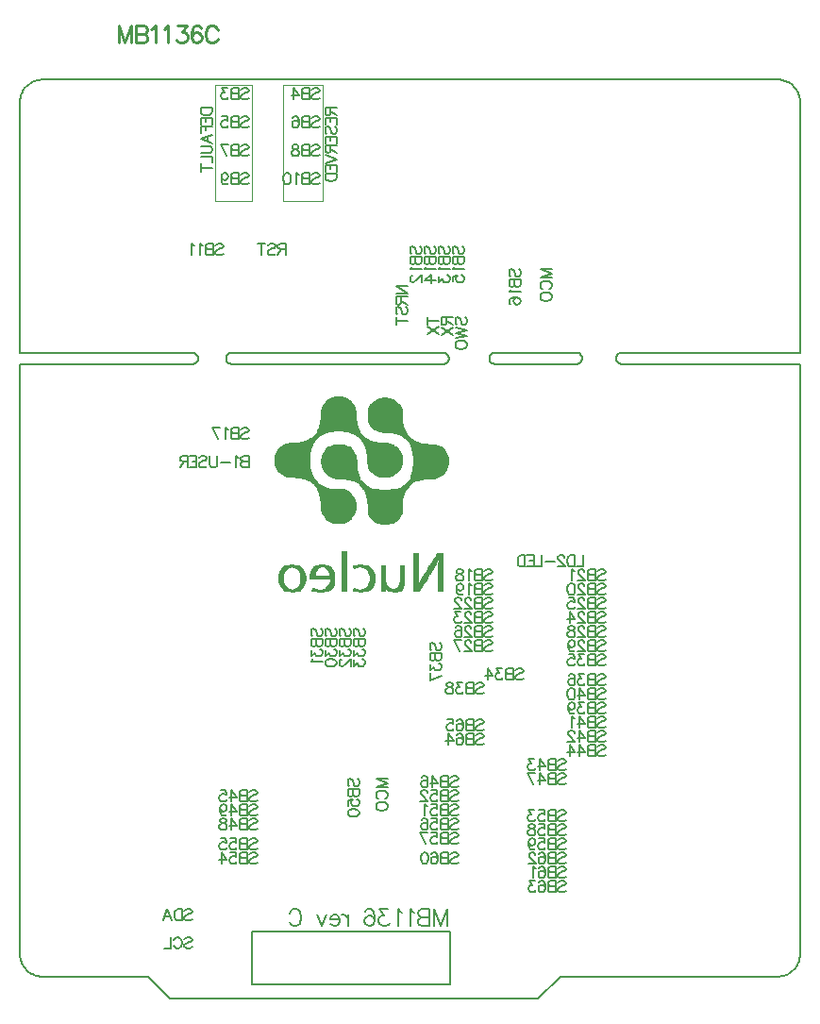
<source format=gbr>
%FSTAX23Y23*%
%MOIN*%
%SFA1B1*%

%IPPOS*%
%ADD40C,0.005000*%
%ADD44C,0.010000*%
%ADD62C,0.003000*%
%ADD65C,0.005910*%
%LNmb1136-1*%
%LPD*%
G54D40*
X0039Y-00145D02*
Y0004D01*
Y-00145D02*
X0109D01*
Y0004*
X0039D02*
X0109D01*
X01613Y00844D02*
X01617Y00848D01*
X01622Y00849*
X0163*
X01636Y00848*
X0164Y00844*
Y0084*
X01638Y00836*
X01636Y00834*
X01632Y00832*
X0162Y00829*
X01617Y00827*
X01615Y00825*
X01613Y00821*
Y00815*
X01617Y00811*
X01622Y0081*
X0163*
X01636Y00811*
X0164Y00815*
X01604Y00849D02*
Y0081D01*
Y00849D02*
X01587D01*
X01581Y00848*
X01579Y00846*
X01577Y00842*
Y00838*
X01579Y00834*
X01581Y00832*
X01587Y0083*
X01604D02*
X01587D01*
X01581Y00829*
X01579Y00827*
X01577Y00823*
Y00817*
X01579Y00813*
X01581Y00811*
X01587Y0081*
X01604*
X01564Y00849D02*
X01544D01*
X01555Y00834*
X01549*
X01545Y00832*
X01544Y0083*
X01542Y00825*
Y00821*
X01544Y00815*
X01547Y00811*
X01553Y0081*
X01559*
X01564Y00811*
X01566Y00813*
X01568Y00817*
X01508Y00836D02*
X0151Y0083D01*
X01514Y00827*
X01519Y00825*
X01521*
X01527Y00827*
X01531Y0083*
X01533Y00836*
Y00838*
X01531Y00844*
X01527Y00848*
X01521Y00849*
X01519*
X01514Y00848*
X0151Y00844*
X01508Y00836*
Y00827*
X0151Y00817*
X01514Y00811*
X01519Y0081*
X01523*
X01529Y00811*
X01531Y00815*
X01613Y01114D02*
X01617Y01118D01*
X01622Y01119*
X0163*
X01636Y01118*
X0164Y01114*
Y0111*
X01638Y01106*
X01636Y01104*
X01632Y01102*
X0162Y01099*
X01617Y01097*
X01615Y01095*
X01613Y01091*
Y01085*
X01617Y01081*
X01622Y0108*
X0163*
X01636Y01081*
X0164Y01085*
X01604Y01119D02*
Y0108D01*
Y01119D02*
X01587D01*
X01581Y01118*
X01579Y01116*
X01577Y01112*
Y01108*
X01579Y01104*
X01581Y01102*
X01587Y011*
X01604D02*
X01587D01*
X01581Y01099*
X01579Y01097*
X01577Y01093*
Y01087*
X01579Y01083*
X01581Y01081*
X01587Y0108*
X01604*
X01566Y0111D02*
Y01112D01*
X01564Y01116*
X01563Y01118*
X01559Y01119*
X01551*
X01547Y01118*
X01545Y01116*
X01544Y01112*
Y01108*
X01545Y01104*
X01549Y01099*
X01568Y0108*
X01542*
X01523Y01119D02*
X01529Y01118D01*
X01531Y01114*
Y0111*
X01529Y01106*
X01525Y01104*
X01517Y01102*
X01512Y011*
X01508Y01097*
X01506Y01093*
Y01087*
X01508Y01083*
X0151Y01081*
X01516Y0108*
X01523*
X01529Y01081*
X01531Y01083*
X01533Y01087*
Y01093*
X01531Y01097*
X01527Y011*
X01521Y01102*
X01514Y01104*
X0151Y01106*
X01508Y0111*
Y01114*
X0151Y01118*
X01516Y01119*
X01523*
X01613Y01264D02*
X01617Y01268D01*
X01622Y01269*
X0163*
X01636Y01268*
X0164Y01264*
Y0126*
X01638Y01256*
X01636Y01254*
X01632Y01252*
X0162Y01249*
X01617Y01247*
X01615Y01245*
X01613Y01241*
Y01235*
X01617Y01231*
X01622Y0123*
X0163*
X01636Y01231*
X0164Y01235*
X01604Y01269D02*
Y0123D01*
Y01269D02*
X01587D01*
X01581Y01268*
X01579Y01266*
X01577Y01262*
Y01258*
X01579Y01254*
X01581Y01252*
X01587Y0125*
X01604D02*
X01587D01*
X01581Y01249*
X01579Y01247*
X01577Y01243*
Y01237*
X01579Y01233*
X01581Y01231*
X01587Y0123*
X01604*
X01566Y0126D02*
Y01262D01*
X01564Y01266*
X01563Y01268*
X01559Y01269*
X01551*
X01547Y01268*
X01545Y01266*
X01544Y01262*
Y01258*
X01545Y01254*
X01549Y01249*
X01568Y0123*
X01542*
X01521Y01269D02*
X01527Y01268D01*
X01531Y01262*
X01533Y01252*
Y01247*
X01531Y01237*
X01527Y01231*
X01521Y0123*
X01517*
X01512Y01231*
X01508Y01237*
X01506Y01247*
Y01252*
X01508Y01262*
X01512Y01268*
X01517Y01269*
X01521*
X01613Y00894D02*
X01617Y00898D01*
X01622Y00899*
X0163*
X01636Y00898*
X0164Y00894*
Y0089*
X01638Y00886*
X01636Y00884*
X01632Y00882*
X0162Y00879*
X01617Y00877*
X01615Y00875*
X01613Y00871*
Y00865*
X01617Y00861*
X01622Y0086*
X0163*
X01636Y00861*
X0164Y00865*
X01604Y00899D02*
Y0086D01*
Y00899D02*
X01587D01*
X01581Y00898*
X01579Y00896*
X01577Y00892*
Y00888*
X01579Y00884*
X01581Y00882*
X01587Y0088*
X01604D02*
X01587D01*
X01581Y00879*
X01579Y00877*
X01577Y00873*
Y00867*
X01579Y00863*
X01581Y00861*
X01587Y0086*
X01604*
X01549Y00899D02*
X01568Y00873D01*
X0154*
X01549Y00899D02*
Y0086D01*
X01521Y00899D02*
X01527Y00898D01*
X01531Y00892*
X01533Y00882*
Y00877*
X01531Y00867*
X01527Y00861*
X01521Y0086*
X01517*
X01512Y00861*
X01508Y00867*
X01506Y00877*
Y00882*
X01508Y00892*
X01512Y00898*
X01517Y00899*
X01521*
X01613Y00694D02*
X01617Y00698D01*
X01622Y00699*
X0163*
X01636Y00698*
X0164Y00694*
Y0069*
X01638Y00686*
X01636Y00684*
X01632Y00682*
X0162Y00679*
X01617Y00677*
X01615Y00675*
X01613Y00671*
Y00665*
X01617Y00661*
X01622Y0066*
X0163*
X01636Y00661*
X0164Y00665*
X01604Y00699D02*
Y0066D01*
Y00699D02*
X01587D01*
X01581Y00698*
X01579Y00696*
X01577Y00692*
Y00688*
X01579Y00684*
X01581Y00682*
X01587Y0068*
X01604D02*
X01587D01*
X01581Y00679*
X01579Y00677*
X01577Y00673*
Y00667*
X01579Y00663*
X01581Y00661*
X01587Y0066*
X01604*
X01549Y00699D02*
X01568Y00673D01*
X0154*
X01549Y00699D02*
Y0066D01*
X01514Y00699D02*
X01533Y00673D01*
X01504*
X01514Y00699D02*
Y0066D01*
X01613Y01164D02*
X01617Y01168D01*
X01622Y01169*
X0163*
X01636Y01168*
X0164Y01164*
Y0116*
X01638Y01156*
X01636Y01154*
X01632Y01152*
X0162Y01149*
X01617Y01147*
X01615Y01145*
X01613Y01141*
Y01135*
X01617Y01131*
X01622Y0113*
X0163*
X01636Y01131*
X0164Y01135*
X01604Y01169D02*
Y0113D01*
Y01169D02*
X01587D01*
X01581Y01168*
X01579Y01166*
X01577Y01162*
Y01158*
X01579Y01154*
X01581Y01152*
X01587Y0115*
X01604D02*
X01587D01*
X01581Y01149*
X01579Y01147*
X01577Y01143*
Y01137*
X01579Y01133*
X01581Y01131*
X01587Y0113*
X01604*
X01566Y0116D02*
Y01162D01*
X01564Y01166*
X01563Y01168*
X01559Y01169*
X01551*
X01547Y01168*
X01545Y01166*
X01544Y01162*
Y01158*
X01545Y01154*
X01549Y01149*
X01568Y0113*
X01542*
X01514Y01169D02*
X01533Y01143D01*
X01504*
X01514Y01169D02*
Y0113D01*
X01613Y00794D02*
X01617Y00798D01*
X01622Y00799*
X0163*
X01636Y00798*
X0164Y00794*
Y0079*
X01638Y00786*
X01636Y00784*
X01632Y00782*
X0162Y00779*
X01617Y00777*
X01615Y00775*
X01613Y00771*
Y00765*
X01617Y00761*
X01622Y0076*
X0163*
X01636Y00761*
X0164Y00765*
X01604Y00799D02*
Y0076D01*
Y00799D02*
X01587D01*
X01581Y00798*
X01579Y00796*
X01577Y00792*
Y00788*
X01579Y00784*
X01581Y00782*
X01587Y0078*
X01604D02*
X01587D01*
X01581Y00779*
X01579Y00777*
X01577Y00773*
Y00767*
X01579Y00763*
X01581Y00761*
X01587Y0076*
X01604*
X01549Y00799D02*
X01568Y00773D01*
X0154*
X01549Y00799D02*
Y0076D01*
X01533Y00792D02*
X01529Y00794D01*
X01523Y00799*
Y0076*
X01613Y01014D02*
X01617Y01018D01*
X01622Y01019*
X0163*
X01636Y01018*
X0164Y01014*
Y0101*
X01638Y01006*
X01636Y01004*
X01632Y01002*
X0162Y00999*
X01617Y00997*
X01615Y00995*
X01613Y00991*
Y00985*
X01617Y00981*
X01622Y0098*
X0163*
X01636Y00981*
X0164Y00985*
X01604Y01019D02*
Y0098D01*
Y01019D02*
X01587D01*
X01581Y01018*
X01579Y01016*
X01577Y01012*
Y01008*
X01579Y01004*
X01581Y01002*
X01587Y01*
X01604D02*
X01587D01*
X01581Y00999*
X01579Y00997*
X01577Y00993*
Y00987*
X01579Y00983*
X01581Y00981*
X01587Y0098*
X01604*
X01564Y01019D02*
X01544D01*
X01555Y01004*
X01549*
X01545Y01002*
X01544Y01*
X01542Y00995*
Y00991*
X01544Y00985*
X01547Y00981*
X01553Y0098*
X01559*
X01564Y00981*
X01566Y00983*
X01568Y00987*
X0151Y01019D02*
X01529D01*
X01531Y01002*
X01529Y01004*
X01523Y01006*
X01517*
X01512Y01004*
X01508Y01*
X01506Y00995*
Y00991*
X01508Y00985*
X01512Y00981*
X01517Y0098*
X01523*
X01529Y00981*
X01531Y00983*
X01533Y00987*
X01613Y00944D02*
X01617Y00948D01*
X01622Y00949*
X0163*
X01636Y00948*
X0164Y00944*
Y0094*
X01638Y00936*
X01636Y00934*
X01632Y00932*
X0162Y00929*
X01617Y00927*
X01615Y00925*
X01613Y00921*
Y00915*
X01617Y00911*
X01622Y0091*
X0163*
X01636Y00911*
X0164Y00915*
X01604Y00949D02*
Y0091D01*
Y00949D02*
X01587D01*
X01581Y00948*
X01579Y00946*
X01577Y00942*
Y00938*
X01579Y00934*
X01581Y00932*
X01587Y0093*
X01604D02*
X01587D01*
X01581Y00929*
X01579Y00927*
X01577Y00923*
Y00917*
X01579Y00913*
X01581Y00911*
X01587Y0091*
X01604*
X01564Y00949D02*
X01544D01*
X01555Y00934*
X01549*
X01545Y00932*
X01544Y0093*
X01542Y00925*
Y00921*
X01544Y00915*
X01547Y00911*
X01553Y0091*
X01559*
X01564Y00911*
X01566Y00913*
X01568Y00917*
X0151Y00944D02*
X01512Y00948D01*
X01517Y00949*
X01521*
X01527Y00948*
X01531Y00942*
X01533Y00932*
Y00923*
X01531Y00915*
X01527Y00911*
X01521Y0091*
X01519*
X01514Y00911*
X0151Y00915*
X01508Y00921*
Y00923*
X0151Y00929*
X01514Y00932*
X01519Y00934*
X01521*
X01527Y00932*
X01531Y00929*
X01533Y00923*
X01613Y01064D02*
X01617Y01068D01*
X01622Y01069*
X0163*
X01636Y01068*
X0164Y01064*
Y0106*
X01638Y01056*
X01636Y01054*
X01632Y01052*
X0162Y01049*
X01617Y01047*
X01615Y01045*
X01613Y01041*
Y01035*
X01617Y01031*
X01622Y0103*
X0163*
X01636Y01031*
X0164Y01035*
X01604Y01069D02*
Y0103D01*
Y01069D02*
X01587D01*
X01581Y01068*
X01579Y01066*
X01577Y01062*
Y01058*
X01579Y01054*
X01581Y01052*
X01587Y0105*
X01604D02*
X01587D01*
X01581Y01049*
X01579Y01047*
X01577Y01043*
Y01037*
X01579Y01033*
X01581Y01031*
X01587Y0103*
X01604*
X01566Y0106D02*
Y01062D01*
X01564Y01066*
X01563Y01068*
X01559Y01069*
X01551*
X01547Y01068*
X01545Y01066*
X01544Y01062*
Y01058*
X01545Y01054*
X01549Y01049*
X01568Y0103*
X01542*
X01508Y01056D02*
X0151Y0105D01*
X01514Y01047*
X01519Y01045*
X01521*
X01527Y01047*
X01531Y0105*
X01533Y01056*
Y01058*
X01531Y01064*
X01527Y01068*
X01521Y01069*
X01519*
X01514Y01068*
X0151Y01064*
X01508Y01056*
Y01047*
X0151Y01037*
X01514Y01031*
X01519Y0103*
X01523*
X01529Y01031*
X01531Y01035*
X01613Y00744D02*
X01617Y00748D01*
X01622Y00749*
X0163*
X01636Y00748*
X0164Y00744*
Y0074*
X01638Y00736*
X01636Y00734*
X01632Y00732*
X0162Y00729*
X01617Y00727*
X01615Y00725*
X01613Y00721*
Y00715*
X01617Y00711*
X01622Y0071*
X0163*
X01636Y00711*
X0164Y00715*
X01604Y00749D02*
Y0071D01*
Y00749D02*
X01587D01*
X01581Y00748*
X01579Y00746*
X01577Y00742*
Y00738*
X01579Y00734*
X01581Y00732*
X01587Y0073*
X01604D02*
X01587D01*
X01581Y00729*
X01579Y00727*
X01577Y00723*
Y00717*
X01579Y00713*
X01581Y00711*
X01587Y0071*
X01604*
X01549Y00749D02*
X01568Y00723D01*
X0154*
X01549Y00749D02*
Y0071D01*
X01531Y0074D02*
Y00742D01*
X01529Y00746*
X01527Y00748*
X01523Y00749*
X01516*
X01512Y00748*
X0151Y00746*
X01508Y00742*
Y00738*
X0151Y00734*
X01514Y00729*
X01533Y0071*
X01506*
X01613Y01214D02*
X01617Y01218D01*
X01622Y01219*
X0163*
X01636Y01218*
X0164Y01214*
Y0121*
X01638Y01206*
X01636Y01204*
X01632Y01202*
X0162Y01199*
X01617Y01197*
X01615Y01195*
X01613Y01191*
Y01185*
X01617Y01181*
X01622Y0118*
X0163*
X01636Y01181*
X0164Y01185*
X01604Y01219D02*
Y0118D01*
Y01219D02*
X01587D01*
X01581Y01218*
X01579Y01216*
X01577Y01212*
Y01208*
X01579Y01204*
X01581Y01202*
X01587Y012*
X01604D02*
X01587D01*
X01581Y01199*
X01579Y01197*
X01577Y01193*
Y01187*
X01579Y01183*
X01581Y01181*
X01587Y0118*
X01604*
X01566Y0121D02*
Y01212D01*
X01564Y01216*
X01563Y01218*
X01559Y01219*
X01551*
X01547Y01218*
X01545Y01216*
X01544Y01212*
Y01208*
X01545Y01204*
X01549Y01199*
X01568Y0118*
X01542*
X0151Y01219D02*
X01529D01*
X01531Y01202*
X01529Y01204*
X01523Y01206*
X01517*
X01512Y01204*
X01508Y012*
X01506Y01195*
Y01191*
X01508Y01185*
X01512Y01181*
X01517Y0118*
X01523*
X01529Y01181*
X01531Y01183*
X01533Y01187*
X01305Y02353D02*
X01301Y02357D01*
X013Y02362*
Y0237*
X01301Y02376*
X01305Y0238*
X01309*
X01313Y02378*
X01315Y02376*
X01317Y02372*
X0132Y0236*
X01322Y02357*
X01324Y02355*
X01328Y02353*
X01334*
X01338Y02357*
X0134Y02362*
Y0237*
X01338Y02376*
X01334Y0238*
X013Y02344D02*
X0134D01*
X013D02*
Y02327D01*
X01301Y02321*
X01303Y02319*
X01307Y02317*
X01311*
X01315Y02319*
X01317Y02321*
X01319Y02327*
Y02344D02*
Y02327D01*
X0132Y02321*
X01322Y02319*
X01326Y02317*
X01332*
X01336Y02319*
X01338Y02321*
X0134Y02327*
Y02344*
X01307Y02308D02*
X01305Y02304D01*
X013Y02299*
X0134*
X01305Y02256D02*
X01301Y02258D01*
X013Y02264*
Y02268*
X01301Y02273*
X01307Y02277*
X01317Y02279*
X01326*
X01334Y02277*
X01338Y02273*
X0134Y02268*
Y02266*
X01338Y0226*
X01334Y02256*
X01328Y02254*
X01326*
X0132Y02256*
X01317Y0226*
X01315Y02266*
Y02268*
X01317Y02273*
X0132Y02277*
X01326Y02279*
X01093Y00584D02*
X01097Y00588D01*
X01102Y00589*
X0111*
X01116Y00588*
X0112Y00584*
Y0058*
X01118Y00576*
X01116Y00574*
X01112Y00572*
X011Y00569*
X01097Y00567*
X01095Y00565*
X01093Y00561*
Y00555*
X01097Y00551*
X01102Y0055*
X0111*
X01116Y00551*
X0112Y00555*
X01084Y00589D02*
Y0055D01*
Y00589D02*
X01067D01*
X01061Y00588*
X01059Y00586*
X01057Y00582*
Y00578*
X01059Y00574*
X01061Y00572*
X01067Y0057*
X01084D02*
X01067D01*
X01061Y00569*
X01059Y00567*
X01057Y00563*
Y00557*
X01059Y00553*
X01061Y00551*
X01067Y0055*
X01084*
X01029Y00589D02*
X01048Y00563D01*
X0102*
X01029Y00589D02*
Y0055D01*
X0099Y00584D02*
X00992Y00588D01*
X00997Y00589*
X01001*
X01007Y00588*
X01011Y00582*
X01013Y00572*
Y00563*
X01011Y00555*
X01007Y00551*
X01001Y0055*
X00999*
X00994Y00551*
X0099Y00555*
X00988Y00561*
Y00563*
X0099Y00569*
X00994Y00572*
X00999Y00574*
X01001*
X01007Y00572*
X01011Y00569*
X01013Y00563*
X01093Y00484D02*
X01097Y00488D01*
X01102Y00489*
X0111*
X01116Y00488*
X0112Y00484*
Y0048*
X01118Y00476*
X01116Y00474*
X01112Y00472*
X011Y00469*
X01097Y00467*
X01095Y00465*
X01093Y00461*
Y00455*
X01097Y00451*
X01102Y0045*
X0111*
X01116Y00451*
X0112Y00455*
X01084Y00489D02*
Y0045D01*
Y00489D02*
X01067D01*
X01061Y00488*
X01059Y00486*
X01057Y00482*
Y00478*
X01059Y00474*
X01061Y00472*
X01067Y0047*
X01084D02*
X01067D01*
X01061Y00469*
X01059Y00467*
X01057Y00463*
Y00457*
X01059Y00453*
X01061Y00451*
X01067Y0045*
X01084*
X01025Y00489D02*
X01044D01*
X01046Y00472*
X01044Y00474*
X01039Y00476*
X01033*
X01027Y00474*
X01024Y0047*
X01022Y00465*
Y00461*
X01024Y00455*
X01027Y00451*
X01033Y0045*
X01039*
X01044Y00451*
X01046Y00453*
X01048Y00457*
X01013Y00482D02*
X01009Y00484D01*
X01003Y00489*
Y0045*
X01093Y00534D02*
X01097Y00538D01*
X01102Y00539*
X0111*
X01116Y00538*
X0112Y00534*
Y0053*
X01118Y00526*
X01116Y00524*
X01112Y00522*
X011Y00519*
X01097Y00517*
X01095Y00515*
X01093Y00511*
Y00505*
X01097Y00501*
X01102Y005*
X0111*
X01116Y00501*
X0112Y00505*
X01084Y00539D02*
Y005D01*
Y00539D02*
X01067D01*
X01061Y00538*
X01059Y00536*
X01057Y00532*
Y00528*
X01059Y00524*
X01061Y00522*
X01067Y0052*
X01084D02*
X01067D01*
X01061Y00519*
X01059Y00517*
X01057Y00513*
Y00507*
X01059Y00503*
X01061Y00501*
X01067Y005*
X01084*
X01025Y00539D02*
X01044D01*
X01046Y00522*
X01044Y00524*
X01039Y00526*
X01033*
X01027Y00524*
X01024Y0052*
X01022Y00515*
Y00511*
X01024Y00505*
X01027Y00501*
X01033Y005*
X01039*
X01044Y00501*
X01046Y00503*
X01048Y00507*
X01011Y0053D02*
Y00532D01*
X01009Y00536*
X01007Y00538*
X01003Y00539*
X00996*
X00992Y00538*
X0099Y00536*
X00988Y00532*
Y00528*
X0099Y00524*
X00994Y00519*
X01013Y005*
X00986*
X01093Y00434D02*
X01097Y00438D01*
X01102Y00439*
X0111*
X01116Y00438*
X0112Y00434*
Y0043*
X01118Y00426*
X01116Y00424*
X01112Y00422*
X011Y00419*
X01097Y00417*
X01095Y00415*
X01093Y00411*
Y00405*
X01097Y00401*
X01102Y004*
X0111*
X01116Y00401*
X0112Y00405*
X01084Y00439D02*
Y004D01*
Y00439D02*
X01067D01*
X01061Y00438*
X01059Y00436*
X01057Y00432*
Y00428*
X01059Y00424*
X01061Y00422*
X01067Y0042*
X01084D02*
X01067D01*
X01061Y00419*
X01059Y00417*
X01057Y00413*
Y00407*
X01059Y00403*
X01061Y00401*
X01067Y004*
X01084*
X01025Y00439D02*
X01044D01*
X01046Y00422*
X01044Y00424*
X01039Y00426*
X01033*
X01027Y00424*
X01024Y0042*
X01022Y00415*
Y00411*
X01024Y00405*
X01027Y00401*
X01033Y004*
X01039*
X01044Y00401*
X01046Y00403*
X01048Y00407*
X0099Y00434D02*
X00992Y00438D01*
X00997Y00439*
X01001*
X01007Y00438*
X01011Y00432*
X01013Y00422*
Y00413*
X01011Y00405*
X01007Y00401*
X01001Y004*
X00999*
X00994Y00401*
X0099Y00405*
X00988Y00411*
Y00413*
X0099Y00419*
X00994Y00422*
X00999Y00424*
X01001*
X01007Y00422*
X01011Y00419*
X01013Y00413*
X00383Y00534D02*
X00387Y00538D01*
X00392Y00539*
X004*
X00406Y00538*
X0041Y00534*
Y0053*
X00408Y00526*
X00406Y00524*
X00402Y00522*
X0039Y00519*
X00387Y00517*
X00385Y00515*
X00383Y00511*
Y00505*
X00387Y00501*
X00392Y005*
X004*
X00406Y00501*
X0041Y00505*
X00374Y00539D02*
Y005D01*
Y00539D02*
X00357D01*
X00351Y00538*
X00349Y00536*
X00347Y00532*
Y00528*
X00349Y00524*
X00351Y00522*
X00357Y0052*
X00374D02*
X00357D01*
X00351Y00519*
X00349Y00517*
X00347Y00513*
Y00507*
X00349Y00503*
X00351Y00501*
X00357Y005*
X00374*
X00319Y00539D02*
X00338Y00513D01*
X0031*
X00319Y00539D02*
Y005D01*
X0028Y00539D02*
X00299D01*
X00301Y00522*
X00299Y00524*
X00293Y00526*
X00287*
X00282Y00524*
X00278Y0052*
X00276Y00515*
Y00511*
X00278Y00505*
X00282Y00501*
X00287Y005*
X00293*
X00299Y00501*
X00301Y00503*
X00303Y00507*
X00383Y00314D02*
X00387Y00318D01*
X00392Y00319*
X004*
X00406Y00318*
X0041Y00314*
Y0031*
X00408Y00306*
X00406Y00304*
X00402Y00302*
X0039Y00299*
X00387Y00297*
X00385Y00295*
X00383Y00291*
Y00285*
X00387Y00281*
X00392Y0028*
X004*
X00406Y00281*
X0041Y00285*
X00374Y00319D02*
Y0028D01*
Y00319D02*
X00357D01*
X00351Y00318*
X00349Y00316*
X00347Y00312*
Y00308*
X00349Y00304*
X00351Y00302*
X00357Y003*
X00374D02*
X00357D01*
X00351Y00299*
X00349Y00297*
X00347Y00293*
Y00287*
X00349Y00283*
X00351Y00281*
X00357Y0028*
X00374*
X00315Y00319D02*
X00334D01*
X00336Y00302*
X00334Y00304*
X00329Y00306*
X00323*
X00317Y00304*
X00314Y003*
X00312Y00295*
Y00291*
X00314Y00285*
X00317Y00281*
X00323Y0028*
X00329*
X00334Y00281*
X00336Y00283*
X00338Y00287*
X00284Y00319D02*
X00303Y00293D01*
X00274*
X00284Y00319D02*
Y0028D01*
X00383Y00364D02*
X00387Y00368D01*
X00392Y00369*
X004*
X00406Y00368*
X0041Y00364*
Y0036*
X00408Y00356*
X00406Y00354*
X00402Y00352*
X0039Y00349*
X00387Y00347*
X00385Y00345*
X00383Y00341*
Y00335*
X00387Y00331*
X00392Y0033*
X004*
X00406Y00331*
X0041Y00335*
X00374Y00369D02*
Y0033D01*
Y00369D02*
X00357D01*
X00351Y00368*
X00349Y00366*
X00347Y00362*
Y00358*
X00349Y00354*
X00351Y00352*
X00357Y0035*
X00374D02*
X00357D01*
X00351Y00349*
X00349Y00347*
X00347Y00343*
Y00337*
X00349Y00333*
X00351Y00331*
X00357Y0033*
X00374*
X00315Y00369D02*
X00334D01*
X00336Y00352*
X00334Y00354*
X00329Y00356*
X00323*
X00317Y00354*
X00314Y0035*
X00312Y00345*
Y00341*
X00314Y00335*
X00317Y00331*
X00323Y0033*
X00329*
X00334Y00331*
X00336Y00333*
X00338Y00337*
X0028Y00369D02*
X00299D01*
X00301Y00352*
X00299Y00354*
X00293Y00356*
X00287*
X00282Y00354*
X00278Y0035*
X00276Y00345*
Y00341*
X00278Y00335*
X00282Y00331*
X00287Y0033*
X00293*
X00299Y00331*
X00301Y00333*
X00303Y00337*
X00383Y00434D02*
X00387Y00438D01*
X00392Y00439*
X004*
X00406Y00438*
X0041Y00434*
Y0043*
X00408Y00426*
X00406Y00424*
X00402Y00422*
X0039Y00419*
X00387Y00417*
X00385Y00415*
X00383Y00411*
Y00405*
X00387Y00401*
X00392Y004*
X004*
X00406Y00401*
X0041Y00405*
X00374Y00439D02*
Y004D01*
Y00439D02*
X00357D01*
X00351Y00438*
X00349Y00436*
X00347Y00432*
Y00428*
X00349Y00424*
X00351Y00422*
X00357Y0042*
X00374D02*
X00357D01*
X00351Y00419*
X00349Y00417*
X00347Y00413*
Y00407*
X00349Y00403*
X00351Y00401*
X00357Y004*
X00374*
X00319Y00439D02*
X00338Y00413D01*
X0031*
X00319Y00439D02*
Y004D01*
X00293Y00439D02*
X00299Y00438D01*
X00301Y00434*
Y0043*
X00299Y00426*
X00295Y00424*
X00287Y00422*
X00282Y0042*
X00278Y00417*
X00276Y00413*
Y00407*
X00278Y00403*
X0028Y00401*
X00286Y004*
X00293*
X00299Y00401*
X00301Y00403*
X00303Y00407*
Y00413*
X00301Y00417*
X00297Y0042*
X00291Y00422*
X00284Y00424*
X0028Y00426*
X00278Y0043*
Y00434*
X0028Y00438*
X00286Y00439*
X00293*
X00383Y00484D02*
X00387Y00488D01*
X00392Y00489*
X004*
X00406Y00488*
X0041Y00484*
Y0048*
X00408Y00476*
X00406Y00474*
X00402Y00472*
X0039Y00469*
X00387Y00467*
X00385Y00465*
X00383Y00461*
Y00455*
X00387Y00451*
X00392Y0045*
X004*
X00406Y00451*
X0041Y00455*
X00374Y00489D02*
Y0045D01*
Y00489D02*
X00357D01*
X00351Y00488*
X00349Y00486*
X00347Y00482*
Y00478*
X00349Y00474*
X00351Y00472*
X00357Y0047*
X00374D02*
X00357D01*
X00351Y00469*
X00349Y00467*
X00347Y00463*
Y00457*
X00349Y00453*
X00351Y00451*
X00357Y0045*
X00374*
X00319Y00489D02*
X00338Y00463D01*
X0031*
X00319Y00489D02*
Y0045D01*
X00278Y00476D02*
X0028Y0047D01*
X00284Y00467*
X00289Y00465*
X00291*
X00297Y00467*
X00301Y0047*
X00303Y00476*
Y00478*
X00301Y00484*
X00297Y00488*
X00291Y00489*
X00289*
X00284Y00488*
X0028Y00484*
X00278Y00476*
Y00467*
X0028Y00457*
X00284Y00451*
X00289Y0045*
X00293*
X00299Y00451*
X00301Y00455*
X01473Y00464D02*
X01477Y00468D01*
X01482Y00469*
X0149*
X01496Y00468*
X015Y00464*
Y0046*
X01498Y00456*
X01496Y00454*
X01492Y00452*
X0148Y00449*
X01477Y00447*
X01475Y00445*
X01473Y00441*
Y00435*
X01477Y00431*
X01482Y0043*
X0149*
X01496Y00431*
X015Y00435*
X01464Y00469D02*
Y0043D01*
Y00469D02*
X01447D01*
X01441Y00468*
X01439Y00466*
X01437Y00462*
Y00458*
X01439Y00454*
X01441Y00452*
X01447Y0045*
X01464D02*
X01447D01*
X01441Y00449*
X01439Y00447*
X01437Y00443*
Y00437*
X01439Y00433*
X01441Y00431*
X01447Y0043*
X01464*
X01405Y00469D02*
X01424D01*
X01426Y00452*
X01424Y00454*
X01419Y00456*
X01413*
X01407Y00454*
X01404Y0045*
X01402Y00445*
Y00441*
X01404Y00435*
X01407Y00431*
X01413Y0043*
X01419*
X01424Y00431*
X01426Y00433*
X01428Y00437*
X01389Y00469D02*
X01368D01*
X01379Y00454*
X01374*
X0137Y00452*
X01368Y0045*
X01366Y00445*
Y00441*
X01368Y00435*
X01372Y00431*
X01377Y0043*
X01383*
X01389Y00431*
X01391Y00433*
X01393Y00437*
X01473Y00414D02*
X01477Y00418D01*
X01482Y00419*
X0149*
X01496Y00418*
X015Y00414*
Y0041*
X01498Y00406*
X01496Y00404*
X01492Y00402*
X0148Y00399*
X01477Y00397*
X01475Y00395*
X01473Y00391*
Y00385*
X01477Y00381*
X01482Y0038*
X0149*
X01496Y00381*
X015Y00385*
X01464Y00419D02*
Y0038D01*
Y00419D02*
X01447D01*
X01441Y00418*
X01439Y00416*
X01437Y00412*
Y00408*
X01439Y00404*
X01441Y00402*
X01447Y004*
X01464D02*
X01447D01*
X01441Y00399*
X01439Y00397*
X01437Y00393*
Y00387*
X01439Y00383*
X01441Y00381*
X01447Y0038*
X01464*
X01405Y00419D02*
X01424D01*
X01426Y00402*
X01424Y00404*
X01419Y00406*
X01413*
X01407Y00404*
X01404Y004*
X01402Y00395*
Y00391*
X01404Y00385*
X01407Y00381*
X01413Y0038*
X01419*
X01424Y00381*
X01426Y00383*
X01428Y00387*
X01383Y00419D02*
X01389Y00418D01*
X01391Y00414*
Y0041*
X01389Y00406*
X01385Y00404*
X01377Y00402*
X01372Y004*
X01368Y00397*
X01366Y00393*
Y00387*
X01368Y00383*
X0137Y00381*
X01376Y0038*
X01383*
X01389Y00381*
X01391Y00383*
X01393Y00387*
Y00393*
X01391Y00397*
X01387Y004*
X01381Y00402*
X01374Y00404*
X0137Y00406*
X01368Y0041*
Y00414*
X0137Y00418*
X01376Y00419*
X01383*
X01473Y00364D02*
X01477Y00368D01*
X01482Y00369*
X0149*
X01496Y00368*
X015Y00364*
Y0036*
X01498Y00356*
X01496Y00354*
X01492Y00352*
X0148Y00349*
X01477Y00347*
X01475Y00345*
X01473Y00341*
Y00335*
X01477Y00331*
X01482Y0033*
X0149*
X01496Y00331*
X015Y00335*
X01464Y00369D02*
Y0033D01*
Y00369D02*
X01447D01*
X01441Y00368*
X01439Y00366*
X01437Y00362*
Y00358*
X01439Y00354*
X01441Y00352*
X01447Y0035*
X01464D02*
X01447D01*
X01441Y00349*
X01439Y00347*
X01437Y00343*
Y00337*
X01439Y00333*
X01441Y00331*
X01447Y0033*
X01464*
X01405Y00369D02*
X01424D01*
X01426Y00352*
X01424Y00354*
X01419Y00356*
X01413*
X01407Y00354*
X01404Y0035*
X01402Y00345*
Y00341*
X01404Y00335*
X01407Y00331*
X01413Y0033*
X01419*
X01424Y00331*
X01426Y00333*
X01428Y00337*
X01368Y00356D02*
X0137Y0035D01*
X01374Y00347*
X01379Y00345*
X01381*
X01387Y00347*
X01391Y0035*
X01393Y00356*
Y00358*
X01391Y00364*
X01387Y00368*
X01381Y00369*
X01379*
X01374Y00368*
X0137Y00364*
X01368Y00356*
Y00347*
X0137Y00337*
X01374Y00331*
X01379Y0033*
X01383*
X01389Y00331*
X01391Y00335*
X00705Y01083D02*
X00701Y01087D01*
X007Y01092*
Y011*
X00701Y01106*
X00705Y0111*
X00709*
X00713Y01108*
X00715Y01106*
X00717Y01102*
X0072Y0109*
X00722Y01087*
X00724Y01085*
X00728Y01083*
X00734*
X00738Y01087*
X0074Y01092*
Y011*
X00738Y01106*
X00734Y0111*
X007Y01074D02*
X0074D01*
X007D02*
Y01057D01*
X00701Y01051*
X00703Y01049*
X00707Y01047*
X00711*
X00715Y01049*
X00717Y01051*
X00719Y01057*
Y01074D02*
Y01057D01*
X0072Y01051*
X00722Y01049*
X00726Y01047*
X00732*
X00736Y01049*
X00738Y01051*
X0074Y01057*
Y01074*
X007Y01034D02*
Y01014D01*
X00715Y01025*
Y01019*
X00717Y01015*
X00719Y01014*
X00724Y01012*
X00728*
X00734Y01014*
X00738Y01017*
X0074Y01023*
Y01029*
X00738Y01034*
X00736Y01036*
X00732Y01038*
X00709Y01001D02*
X00707D01*
X00703Y00999*
X00701Y00997*
X007Y00993*
Y00986*
X00701Y00982*
X00703Y0098*
X00707Y00978*
X00711*
X00715Y0098*
X0072Y00984*
X0074Y01003*
Y00976*
X00755Y01083D02*
X00751Y01087D01*
X0075Y01092*
Y011*
X00751Y01106*
X00755Y0111*
X00759*
X00763Y01108*
X00765Y01106*
X00767Y01102*
X0077Y0109*
X00772Y01087*
X00774Y01085*
X00778Y01083*
X00784*
X00788Y01087*
X0079Y01092*
Y011*
X00788Y01106*
X00784Y0111*
X0075Y01074D02*
X0079D01*
X0075D02*
Y01057D01*
X00751Y01051*
X00753Y01049*
X00757Y01047*
X00761*
X00765Y01049*
X00767Y01051*
X00769Y01057*
Y01074D02*
Y01057D01*
X0077Y01051*
X00772Y01049*
X00776Y01047*
X00782*
X00786Y01049*
X00788Y01051*
X0079Y01057*
Y01074*
X0075Y01034D02*
Y01014D01*
X00765Y01025*
Y01019*
X00767Y01015*
X00769Y01014*
X00774Y01012*
X00778*
X00784Y01014*
X00788Y01017*
X0079Y01023*
Y01029*
X00788Y01034*
X00786Y01036*
X00782Y01038*
X0075Y00999D02*
Y00978D01*
X00765Y00989*
Y00984*
X00767Y0098*
X00769Y00978*
X00774Y00976*
X00778*
X00784Y00978*
X00788Y00982*
X0079Y00987*
Y00993*
X00788Y00999*
X00786Y01001*
X00782Y01003*
X00655Y01083D02*
X00651Y01087D01*
X0065Y01092*
Y011*
X00651Y01106*
X00655Y0111*
X00659*
X00663Y01108*
X00665Y01106*
X00667Y01102*
X0067Y0109*
X00672Y01087*
X00674Y01085*
X00678Y01083*
X00684*
X00688Y01087*
X0069Y01092*
Y011*
X00688Y01106*
X00684Y0111*
X0065Y01074D02*
X0069D01*
X0065D02*
Y01057D01*
X00651Y01051*
X00653Y01049*
X00657Y01047*
X00661*
X00665Y01049*
X00667Y01051*
X00669Y01057*
Y01074D02*
Y01057D01*
X0067Y01051*
X00672Y01049*
X00676Y01047*
X00682*
X00686Y01049*
X00688Y01051*
X0069Y01057*
Y01074*
X0065Y01034D02*
Y01014D01*
X00665Y01025*
Y01019*
X00667Y01015*
X00669Y01014*
X00674Y01012*
X00678*
X00684Y01014*
X00688Y01017*
X0069Y01023*
Y01029*
X00688Y01034*
X00686Y01036*
X00682Y01038*
X0065Y00991D02*
X00651Y00997D01*
X00657Y01001*
X00667Y01003*
X00672*
X00682Y01001*
X00688Y00997*
X0069Y00991*
Y00987*
X00688Y00982*
X00682Y00978*
X00672Y00976*
X00667*
X00657Y00978*
X00651Y00982*
X0065Y00987*
Y00991*
X00605Y01083D02*
X00601Y01087D01*
X006Y01092*
Y011*
X00601Y01106*
X00605Y0111*
X00609*
X00613Y01108*
X00615Y01106*
X00617Y01102*
X0062Y0109*
X00622Y01087*
X00624Y01085*
X00628Y01083*
X00634*
X00638Y01087*
X0064Y01092*
Y011*
X00638Y01106*
X00634Y0111*
X006Y01074D02*
X0064D01*
X006D02*
Y01057D01*
X00601Y01051*
X00603Y01049*
X00607Y01047*
X00611*
X00615Y01049*
X00617Y01051*
X00619Y01057*
Y01074D02*
Y01057D01*
X0062Y01051*
X00622Y01049*
X00626Y01047*
X00632*
X00636Y01049*
X00638Y01051*
X0064Y01057*
Y01074*
X006Y01034D02*
Y01014D01*
X00615Y01025*
Y01019*
X00617Y01015*
X00619Y01014*
X00624Y01012*
X00628*
X00634Y01014*
X00638Y01017*
X0064Y01023*
Y01029*
X00638Y01034*
X00636Y01036*
X00632Y01038*
X00607Y01003D02*
X00605Y00999D01*
X006Y00993*
X0064*
X01183Y00914D02*
X01187Y00918D01*
X01192Y00919*
X012*
X01206Y00918*
X0121Y00914*
Y0091*
X01208Y00906*
X01206Y00904*
X01202Y00902*
X0119Y00899*
X01187Y00897*
X01185Y00895*
X01183Y00891*
Y00885*
X01187Y00881*
X01192Y0088*
X012*
X01206Y00881*
X0121Y00885*
X01174Y00919D02*
Y0088D01*
Y00919D02*
X01157D01*
X01151Y00918*
X01149Y00916*
X01147Y00912*
Y00908*
X01149Y00904*
X01151Y00902*
X01157Y009*
X01174D02*
X01157D01*
X01151Y00899*
X01149Y00897*
X01147Y00893*
Y00887*
X01149Y00883*
X01151Y00881*
X01157Y0088*
X01174*
X01134Y00919D02*
X01114D01*
X01125Y00904*
X01119*
X01115Y00902*
X01114Y009*
X01112Y00895*
Y00891*
X01114Y00885*
X01117Y00881*
X01123Y0088*
X01129*
X01134Y00881*
X01136Y00883*
X01138Y00887*
X01093Y00919D02*
X01099Y00918D01*
X01101Y00914*
Y0091*
X01099Y00906*
X01095Y00904*
X01087Y00902*
X01082Y009*
X01078Y00897*
X01076Y00893*
Y00887*
X01078Y00883*
X0108Y00881*
X01086Y0088*
X01093*
X01099Y00881*
X01101Y00883*
X01103Y00887*
Y00893*
X01101Y00897*
X01097Y009*
X01091Y00902*
X01084Y00904*
X0108Y00906*
X01078Y0091*
Y00914*
X0108Y00918*
X01086Y00919*
X01093*
X01213Y01314D02*
X01217Y01318D01*
X01222Y01319*
X0123*
X01236Y01318*
X0124Y01314*
Y0131*
X01238Y01306*
X01236Y01304*
X01232Y01302*
X0122Y01299*
X01217Y01297*
X01215Y01295*
X01213Y01291*
Y01285*
X01217Y01281*
X01222Y0128*
X0123*
X01236Y01281*
X0124Y01285*
X01204Y01319D02*
Y0128D01*
Y01319D02*
X01187D01*
X01181Y01318*
X01179Y01316*
X01177Y01312*
Y01308*
X01179Y01304*
X01181Y01302*
X01187Y013*
X01204D02*
X01187D01*
X01181Y01299*
X01179Y01297*
X01177Y01293*
Y01287*
X01179Y01283*
X01181Y01281*
X01187Y0128*
X01204*
X01168Y01312D02*
X01164Y01314D01*
X01159Y01319*
Y0128*
X01129Y01319D02*
X01135Y01318D01*
X01137Y01314*
Y0131*
X01135Y01306*
X01131Y01304*
X01124Y01302*
X01118Y013*
X01114Y01297*
X01112Y01293*
Y01287*
X01114Y01283*
X01116Y01281*
X01122Y0128*
X01129*
X01135Y01281*
X01137Y01283*
X01139Y01287*
Y01293*
X01137Y01297*
X01133Y013*
X01128Y01302*
X0112Y01304*
X01116Y01306*
X01114Y0131*
Y01314*
X01116Y01318*
X01122Y01319*
X01129*
X01213Y01264D02*
X01217Y01268D01*
X01222Y01269*
X0123*
X01236Y01268*
X0124Y01264*
Y0126*
X01238Y01256*
X01236Y01254*
X01232Y01252*
X0122Y01249*
X01217Y01247*
X01215Y01245*
X01213Y01241*
Y01235*
X01217Y01231*
X01222Y0123*
X0123*
X01236Y01231*
X0124Y01235*
X01204Y01269D02*
Y0123D01*
Y01269D02*
X01187D01*
X01181Y01268*
X01179Y01266*
X01177Y01262*
Y01258*
X01179Y01254*
X01181Y01252*
X01187Y0125*
X01204D02*
X01187D01*
X01181Y01249*
X01179Y01247*
X01177Y01243*
Y01237*
X01179Y01233*
X01181Y01231*
X01187Y0123*
X01204*
X01168Y01262D02*
X01164Y01264D01*
X01159Y01269*
Y0123*
X01114Y01256D02*
X01116Y0125D01*
X0112Y01247*
X01126Y01245*
X01128*
X01133Y01247*
X01137Y0125*
X01139Y01256*
Y01258*
X01137Y01264*
X01133Y01268*
X01128Y01269*
X01126*
X0112Y01268*
X01116Y01264*
X01114Y01256*
Y01247*
X01116Y01237*
X0112Y01231*
X01126Y0123*
X01129*
X01135Y01231*
X01137Y01235*
X01213Y01214D02*
X01217Y01218D01*
X01222Y01219*
X0123*
X01236Y01218*
X0124Y01214*
Y0121*
X01238Y01206*
X01236Y01204*
X01232Y01202*
X0122Y01199*
X01217Y01197*
X01215Y01195*
X01213Y01191*
Y01185*
X01217Y01181*
X01222Y0118*
X0123*
X01236Y01181*
X0124Y01185*
X01204Y01219D02*
Y0118D01*
Y01219D02*
X01187D01*
X01181Y01218*
X01179Y01216*
X01177Y01212*
Y01208*
X01179Y01204*
X01181Y01202*
X01187Y012*
X01204D02*
X01187D01*
X01181Y01199*
X01179Y01197*
X01177Y01193*
Y01187*
X01179Y01183*
X01181Y01181*
X01187Y0118*
X01204*
X01166Y0121D02*
Y01212D01*
X01164Y01216*
X01163Y01218*
X01159Y01219*
X01151*
X01147Y01218*
X01145Y01216*
X01144Y01212*
Y01208*
X01145Y01204*
X01149Y01199*
X01168Y0118*
X01142*
X01131Y0121D02*
Y01212D01*
X01129Y01216*
X01127Y01218*
X01123Y01219*
X01116*
X01112Y01218*
X0111Y01216*
X01108Y01212*
Y01208*
X0111Y01204*
X01114Y01199*
X01133Y0118*
X01106*
X01213Y01164D02*
X01217Y01168D01*
X01222Y01169*
X0123*
X01236Y01168*
X0124Y01164*
Y0116*
X01238Y01156*
X01236Y01154*
X01232Y01152*
X0122Y01149*
X01217Y01147*
X01215Y01145*
X01213Y01141*
Y01135*
X01217Y01131*
X01222Y0113*
X0123*
X01236Y01131*
X0124Y01135*
X01204Y01169D02*
Y0113D01*
Y01169D02*
X01187D01*
X01181Y01168*
X01179Y01166*
X01177Y01162*
Y01158*
X01179Y01154*
X01181Y01152*
X01187Y0115*
X01204D02*
X01187D01*
X01181Y01149*
X01179Y01147*
X01177Y01143*
Y01137*
X01179Y01133*
X01181Y01131*
X01187Y0113*
X01204*
X01166Y0116D02*
Y01162D01*
X01164Y01166*
X01163Y01168*
X01159Y01169*
X01151*
X01147Y01168*
X01145Y01166*
X01144Y01162*
Y01158*
X01145Y01154*
X01149Y01149*
X01168Y0113*
X01142*
X01129Y01169D02*
X01108D01*
X01119Y01154*
X01114*
X0111Y01152*
X01108Y0115*
X01106Y01145*
Y01141*
X01108Y01135*
X01112Y01131*
X01117Y0113*
X01123*
X01129Y01131*
X01131Y01133*
X01133Y01137*
X01213Y01114D02*
X01217Y01118D01*
X01222Y01119*
X0123*
X01236Y01118*
X0124Y01114*
Y0111*
X01238Y01106*
X01236Y01104*
X01232Y01102*
X0122Y01099*
X01217Y01097*
X01215Y01095*
X01213Y01091*
Y01085*
X01217Y01081*
X01222Y0108*
X0123*
X01236Y01081*
X0124Y01085*
X01204Y01119D02*
Y0108D01*
Y01119D02*
X01187D01*
X01181Y01118*
X01179Y01116*
X01177Y01112*
Y01108*
X01179Y01104*
X01181Y01102*
X01187Y011*
X01204D02*
X01187D01*
X01181Y01099*
X01179Y01097*
X01177Y01093*
Y01087*
X01179Y01083*
X01181Y01081*
X01187Y0108*
X01204*
X01166Y0111D02*
Y01112D01*
X01164Y01116*
X01163Y01118*
X01159Y01119*
X01151*
X01147Y01118*
X01145Y01116*
X01144Y01112*
Y01108*
X01145Y01104*
X01149Y01099*
X01168Y0108*
X01142*
X0111Y01114D02*
X01112Y01118D01*
X01117Y01119*
X01121*
X01127Y01118*
X01131Y01112*
X01133Y01102*
Y01093*
X01131Y01085*
X01127Y01081*
X01121Y0108*
X01119*
X01114Y01081*
X0111Y01085*
X01108Y01091*
Y01093*
X0111Y01099*
X01114Y01102*
X01119Y01104*
X01121*
X01127Y01102*
X01131Y01099*
X01133Y01093*
X00735Y00553D02*
X00731Y00557D01*
X0073Y00562*
Y0057*
X00731Y00576*
X00735Y0058*
X00739*
X00743Y00578*
X00745Y00576*
X00747Y00572*
X0075Y0056*
X00752Y00557*
X00754Y00555*
X00758Y00553*
X00764*
X00768Y00557*
X0077Y00562*
Y0057*
X00768Y00576*
X00764Y0058*
X0073Y00544D02*
X0077D01*
X0073D02*
Y00527D01*
X00731Y00521*
X00733Y00519*
X00737Y00517*
X00741*
X00745Y00519*
X00747Y00521*
X00749Y00527*
Y00544D02*
Y00527D01*
X0075Y00521*
X00752Y00519*
X00756Y00517*
X00762*
X00766Y00519*
X00768Y00521*
X0077Y00527*
Y00544*
X0073Y00485D02*
Y00504D01*
X00747Y00506*
X00745Y00504*
X00743Y00499*
Y00493*
X00745Y00487*
X00749Y00484*
X00754Y00482*
X00758*
X00764Y00484*
X00768Y00487*
X0077Y00493*
Y00499*
X00768Y00504*
X00766Y00506*
X00762Y00508*
X0073Y00461D02*
X00731Y00467D01*
X00737Y00471*
X00747Y00473*
X00752*
X00762Y00471*
X00768Y00467*
X0077Y00461*
Y00457*
X00768Y00452*
X00762Y00448*
X00752Y00446*
X00747*
X00737Y00448*
X00731Y00452*
X0073Y00457*
Y00461*
X00353Y01814D02*
X00357Y01818D01*
X00362Y01819*
X0037*
X00376Y01818*
X0038Y01814*
Y0181*
X00378Y01806*
X00376Y01804*
X00372Y01802*
X0036Y01799*
X00357Y01797*
X00355Y01795*
X00353Y01791*
Y01785*
X00357Y01781*
X00362Y0178*
X0037*
X00376Y01781*
X0038Y01785*
X00344Y01819D02*
Y0178D01*
Y01819D02*
X00327D01*
X00321Y01818*
X00319Y01816*
X00317Y01812*
Y01808*
X00319Y01804*
X00321Y01802*
X00327Y018*
X00344D02*
X00327D01*
X00321Y01799*
X00319Y01797*
X00317Y01793*
Y01787*
X00319Y01783*
X00321Y01781*
X00327Y0178*
X00344*
X00308Y01812D02*
X00304Y01814D01*
X00299Y01819*
Y0178*
X00252Y01819D02*
X00271Y0178D01*
X00279Y01819D02*
X00252D01*
X01213Y01064D02*
X01217Y01068D01*
X01222Y01069*
X0123*
X01236Y01068*
X0124Y01064*
Y0106*
X01238Y01056*
X01236Y01054*
X01232Y01052*
X0122Y01049*
X01217Y01047*
X01215Y01045*
X01213Y01041*
Y01035*
X01217Y01031*
X01222Y0103*
X0123*
X01236Y01031*
X0124Y01035*
X01204Y01069D02*
Y0103D01*
Y01069D02*
X01187D01*
X01181Y01068*
X01179Y01066*
X01177Y01062*
Y01058*
X01179Y01054*
X01181Y01052*
X01187Y0105*
X01204D02*
X01187D01*
X01181Y01049*
X01179Y01047*
X01177Y01043*
Y01037*
X01179Y01033*
X01181Y01031*
X01187Y0103*
X01204*
X01166Y0106D02*
Y01062D01*
X01164Y01066*
X01163Y01068*
X01159Y01069*
X01151*
X01147Y01068*
X01145Y01066*
X01144Y01062*
Y01058*
X01145Y01054*
X01149Y01049*
X01168Y0103*
X01142*
X01106Y01069D02*
X01125Y0103D01*
X01133Y01069D02*
X01106D01*
X01323Y00964D02*
X01327Y00968D01*
X01332Y00969*
X0134*
X01346Y00968*
X0135Y00964*
Y0096*
X01348Y00956*
X01346Y00954*
X01342Y00952*
X0133Y00949*
X01327Y00947*
X01325Y00945*
X01323Y00941*
Y00935*
X01327Y00931*
X01332Y0093*
X0134*
X01346Y00931*
X0135Y00935*
X01314Y00969D02*
Y0093D01*
Y00969D02*
X01297D01*
X01291Y00968*
X01289Y00966*
X01287Y00962*
Y00958*
X01289Y00954*
X01291Y00952*
X01297Y0095*
X01314D02*
X01297D01*
X01291Y00949*
X01289Y00947*
X01287Y00943*
Y00937*
X01289Y00933*
X01291Y00931*
X01297Y0093*
X01314*
X01274Y00969D02*
X01254D01*
X01265Y00954*
X01259*
X01255Y00952*
X01254Y0095*
X01252Y00945*
Y00941*
X01254Y00935*
X01257Y00931*
X01263Y0093*
X01269*
X01274Y00931*
X01276Y00933*
X01278Y00937*
X01224Y00969D02*
X01243Y00943D01*
X01214*
X01224Y00969D02*
Y0093D01*
X01473Y00264D02*
X01477Y00268D01*
X01482Y00269*
X0149*
X01496Y00268*
X015Y00264*
Y0026*
X01498Y00256*
X01496Y00254*
X01492Y00252*
X0148Y00249*
X01477Y00247*
X01475Y00245*
X01473Y00241*
Y00235*
X01477Y00231*
X01482Y0023*
X0149*
X01496Y00231*
X015Y00235*
X01464Y00269D02*
Y0023D01*
Y00269D02*
X01447D01*
X01441Y00268*
X01439Y00266*
X01437Y00262*
Y00258*
X01439Y00254*
X01441Y00252*
X01447Y0025*
X01464D02*
X01447D01*
X01441Y00249*
X01439Y00247*
X01437Y00243*
Y00237*
X01439Y00233*
X01441Y00231*
X01447Y0023*
X01464*
X01405Y00264D02*
X01407Y00268D01*
X01413Y00269*
X01417*
X01423Y00268*
X01426Y00262*
X01428Y00252*
Y00243*
X01426Y00235*
X01423Y00231*
X01417Y0023*
X01415*
X01409Y00231*
X01405Y00235*
X01404Y00241*
Y00243*
X01405Y00249*
X01409Y00252*
X01415Y00254*
X01417*
X01423Y00252*
X01426Y00249*
X01428Y00243*
X01395Y00262D02*
X01391Y00264D01*
X01385Y00269*
Y0023*
X01473Y00314D02*
X01477Y00318D01*
X01482Y00319*
X0149*
X01496Y00318*
X015Y00314*
Y0031*
X01498Y00306*
X01496Y00304*
X01492Y00302*
X0148Y00299*
X01477Y00297*
X01475Y00295*
X01473Y00291*
Y00285*
X01477Y00281*
X01482Y0028*
X0149*
X01496Y00281*
X015Y00285*
X01464Y00319D02*
Y0028D01*
Y00319D02*
X01447D01*
X01441Y00318*
X01439Y00316*
X01437Y00312*
Y00308*
X01439Y00304*
X01441Y00302*
X01447Y003*
X01464D02*
X01447D01*
X01441Y00299*
X01439Y00297*
X01437Y00293*
Y00287*
X01439Y00283*
X01441Y00281*
X01447Y0028*
X01464*
X01405Y00314D02*
X01407Y00318D01*
X01413Y00319*
X01417*
X01423Y00318*
X01426Y00312*
X01428Y00302*
Y00293*
X01426Y00285*
X01423Y00281*
X01417Y0028*
X01415*
X01409Y00281*
X01405Y00285*
X01404Y00291*
Y00293*
X01405Y00299*
X01409Y00302*
X01415Y00304*
X01417*
X01423Y00302*
X01426Y00299*
X01428Y00293*
X01393Y0031D02*
Y00312D01*
X01391Y00316*
X01389Y00318*
X01385Y00319*
X01378*
X01374Y00318*
X01372Y00316*
X0137Y00312*
Y00308*
X01372Y00304*
X01376Y00299*
X01395Y0028*
X01368*
X01473Y00214D02*
X01477Y00218D01*
X01482Y00219*
X0149*
X01496Y00218*
X015Y00214*
Y0021*
X01498Y00206*
X01496Y00204*
X01492Y00202*
X0148Y00199*
X01477Y00197*
X01475Y00195*
X01473Y00191*
Y00185*
X01477Y00181*
X01482Y0018*
X0149*
X01496Y00181*
X015Y00185*
X01464Y00219D02*
Y0018D01*
Y00219D02*
X01447D01*
X01441Y00218*
X01439Y00216*
X01437Y00212*
Y00208*
X01439Y00204*
X01441Y00202*
X01447Y002*
X01464D02*
X01447D01*
X01441Y00199*
X01439Y00197*
X01437Y00193*
Y00187*
X01439Y00183*
X01441Y00181*
X01447Y0018*
X01464*
X01405Y00214D02*
X01407Y00218D01*
X01413Y00219*
X01417*
X01423Y00218*
X01426Y00212*
X01428Y00202*
Y00193*
X01426Y00185*
X01423Y00181*
X01417Y0018*
X01415*
X01409Y00181*
X01405Y00185*
X01404Y00191*
Y00193*
X01405Y00199*
X01409Y00202*
X01415Y00204*
X01417*
X01423Y00202*
X01426Y00199*
X01428Y00193*
X01391Y00219D02*
X0137D01*
X01381Y00204*
X01376*
X01372Y00202*
X0137Y002*
X01368Y00195*
Y00191*
X0137Y00185*
X01374Y00181*
X0138Y0018*
X01385*
X01391Y00181*
X01393Y00183*
X01395Y00187*
X01055Y02433D02*
X01051Y02437D01*
X0105Y02442*
Y0245*
X01051Y02456*
X01055Y0246*
X01059*
X01063Y02458*
X01065Y02456*
X01067Y02452*
X0107Y0244*
X01072Y02437*
X01074Y02435*
X01078Y02433*
X01084*
X01088Y02437*
X0109Y02442*
Y0245*
X01088Y02456*
X01084Y0246*
X0105Y02424D02*
X0109D01*
X0105D02*
Y02407D01*
X01051Y02401*
X01053Y02399*
X01057Y02397*
X01061*
X01065Y02399*
X01067Y02401*
X01069Y02407*
Y02424D02*
Y02407D01*
X0107Y02401*
X01072Y02399*
X01076Y02397*
X01082*
X01086Y02399*
X01088Y02401*
X0109Y02407*
Y02424*
X01057Y02388D02*
X01055Y02384D01*
X0105Y02379*
X0109*
X0105Y02355D02*
Y02334D01*
X01065Y02346*
Y0234*
X01067Y02336*
X01069Y02334*
X01074Y02332*
X01078*
X01084Y02334*
X01088Y02338*
X0109Y02344*
Y02349*
X01088Y02355*
X01086Y02357*
X01082Y02359*
X01005Y02433D02*
X01001Y02437D01*
X01Y02442*
Y0245*
X01001Y02456*
X01005Y0246*
X01009*
X01013Y02458*
X01015Y02456*
X01017Y02452*
X0102Y0244*
X01022Y02437*
X01024Y02435*
X01028Y02433*
X01034*
X01038Y02437*
X0104Y02442*
Y0245*
X01038Y02456*
X01034Y0246*
X01Y02424D02*
X0104D01*
X01D02*
Y02407D01*
X01001Y02401*
X01003Y02399*
X01007Y02397*
X01011*
X01015Y02399*
X01017Y02401*
X01019Y02407*
Y02424D02*
Y02407D01*
X0102Y02401*
X01022Y02399*
X01026Y02397*
X01032*
X01036Y02399*
X01038Y02401*
X0104Y02407*
Y02424*
X01007Y02388D02*
X01005Y02384D01*
X01Y02379*
X0104*
X01Y0234D02*
X01026Y02359D01*
Y0233*
X01Y0234D02*
X0104D01*
X00263Y02464D02*
X00267Y02468D01*
X00272Y02469*
X0028*
X00286Y02468*
X0029Y02464*
Y0246*
X00288Y02456*
X00286Y02454*
X00282Y02452*
X0027Y02449*
X00267Y02447*
X00265Y02445*
X00263Y02441*
Y02435*
X00267Y02431*
X00272Y0243*
X0028*
X00286Y02431*
X0029Y02435*
X00254Y02469D02*
Y0243D01*
Y02469D02*
X00237D01*
X00231Y02468*
X00229Y02466*
X00227Y02462*
Y02458*
X00229Y02454*
X00231Y02452*
X00237Y0245*
X00254D02*
X00237D01*
X00231Y02449*
X00229Y02447*
X00227Y02443*
Y02437*
X00229Y02433*
X00231Y02431*
X00237Y0243*
X00254*
X00218Y02462D02*
X00214Y02464D01*
X00209Y02469*
Y0243*
X00189Y02462D02*
X00185Y02464D01*
X00179Y02469*
Y0243*
X00603Y02714D02*
X00607Y02718D01*
X00612Y02719*
X0062*
X00626Y02718*
X0063Y02714*
Y0271*
X00628Y02706*
X00626Y02704*
X00622Y02702*
X0061Y02699*
X00607Y02697*
X00605Y02695*
X00603Y02691*
Y02685*
X00607Y02681*
X00612Y0268*
X0062*
X00626Y02681*
X0063Y02685*
X00594Y02719D02*
Y0268D01*
Y02719D02*
X00577D01*
X00571Y02718*
X00569Y02716*
X00567Y02712*
Y02708*
X00569Y02704*
X00571Y02702*
X00577Y027*
X00594D02*
X00577D01*
X00571Y02699*
X00569Y02697*
X00567Y02693*
Y02687*
X00569Y02683*
X00571Y02681*
X00577Y0268*
X00594*
X00558Y02712D02*
X00554Y02714D01*
X00549Y02719*
Y0268*
X00518Y02719D02*
X00523Y02718D01*
X00527Y02712*
X00529Y02702*
Y02697*
X00527Y02687*
X00523Y02681*
X00518Y0268*
X00514*
X00508Y02681*
X00504Y02687*
X00502Y02697*
Y02702*
X00504Y02712*
X00508Y02718*
X00514Y02719*
X00518*
X00353Y02714D02*
X00357Y02718D01*
X00362Y02719*
X0037*
X00376Y02718*
X0038Y02714*
Y0271*
X00378Y02706*
X00376Y02704*
X00372Y02702*
X0036Y02699*
X00357Y02697*
X00355Y02695*
X00353Y02691*
Y02685*
X00357Y02681*
X00362Y0268*
X0037*
X00376Y02681*
X0038Y02685*
X00344Y02719D02*
Y0268D01*
Y02719D02*
X00327D01*
X00321Y02718*
X00319Y02716*
X00317Y02712*
Y02708*
X00319Y02704*
X00321Y02702*
X00327Y027*
X00344D02*
X00327D01*
X00321Y02699*
X00319Y02697*
X00317Y02693*
Y02687*
X00319Y02683*
X00321Y02681*
X00327Y0268*
X00344*
X00284Y02706D02*
X00285Y027D01*
X00289Y02697*
X00295Y02695*
X00297*
X00303Y02697*
X00306Y027*
X00308Y02706*
Y02708*
X00306Y02714*
X00303Y02718*
X00297Y02719*
X00295*
X00289Y02718*
X00285Y02714*
X00284Y02706*
Y02697*
X00285Y02687*
X00289Y02681*
X00295Y0268*
X00299*
X00304Y02681*
X00306Y02685*
X00603Y02814D02*
X00607Y02818D01*
X00612Y02819*
X0062*
X00626Y02818*
X0063Y02814*
Y0281*
X00628Y02806*
X00626Y02804*
X00622Y02802*
X0061Y02799*
X00607Y02797*
X00605Y02795*
X00603Y02791*
Y02785*
X00607Y02781*
X00612Y0278*
X0062*
X00626Y02781*
X0063Y02785*
X00594Y02819D02*
Y0278D01*
Y02819D02*
X00577D01*
X00571Y02818*
X00569Y02816*
X00567Y02812*
Y02808*
X00569Y02804*
X00571Y02802*
X00577Y028*
X00594D02*
X00577D01*
X00571Y02799*
X00569Y02797*
X00567Y02793*
Y02787*
X00569Y02783*
X00571Y02781*
X00577Y0278*
X00594*
X00549Y02819D02*
X00554Y02818D01*
X00556Y02814*
Y0281*
X00554Y02806*
X00551Y02804*
X00543Y02802*
X00537Y028*
X00534Y02797*
X00532Y02793*
Y02787*
X00534Y02783*
X00535Y02781*
X00541Y0278*
X00549*
X00554Y02781*
X00556Y02783*
X00558Y02787*
Y02793*
X00556Y02797*
X00553Y028*
X00547Y02802*
X00539Y02804*
X00535Y02806*
X00534Y0281*
Y02814*
X00535Y02818*
X00541Y02819*
X00549*
X00353Y02814D02*
X00357Y02818D01*
X00362Y02819*
X0037*
X00376Y02818*
X0038Y02814*
Y0281*
X00378Y02806*
X00376Y02804*
X00372Y02802*
X0036Y02799*
X00357Y02797*
X00355Y02795*
X00353Y02791*
Y02785*
X00357Y02781*
X00362Y0278*
X0037*
X00376Y02781*
X0038Y02785*
X00344Y02819D02*
Y0278D01*
Y02819D02*
X00327D01*
X00321Y02818*
X00319Y02816*
X00317Y02812*
Y02808*
X00319Y02804*
X00321Y02802*
X00327Y028*
X00344D02*
X00327D01*
X00321Y02799*
X00319Y02797*
X00317Y02793*
Y02787*
X00319Y02783*
X00321Y02781*
X00327Y0278*
X00344*
X00282Y02819D02*
X00301Y0278D01*
X00308Y02819D02*
X00282D01*
X00603Y02914D02*
X00607Y02918D01*
X00612Y02919*
X0062*
X00626Y02918*
X0063Y02914*
Y0291*
X00628Y02906*
X00626Y02904*
X00622Y02902*
X0061Y02899*
X00607Y02897*
X00605Y02895*
X00603Y02891*
Y02885*
X00607Y02881*
X00612Y0288*
X0062*
X00626Y02881*
X0063Y02885*
X00594Y02919D02*
Y0288D01*
Y02919D02*
X00577D01*
X00571Y02918*
X00569Y02916*
X00567Y02912*
Y02908*
X00569Y02904*
X00571Y02902*
X00577Y029*
X00594D02*
X00577D01*
X00571Y02899*
X00569Y02897*
X00567Y02893*
Y02887*
X00569Y02883*
X00571Y02881*
X00577Y0288*
X00594*
X00535Y02914D02*
X00537Y02918D01*
X00543Y02919*
X00547*
X00553Y02918*
X00556Y02912*
X00558Y02902*
Y02893*
X00556Y02885*
X00553Y02881*
X00547Y0288*
X00545*
X00539Y02881*
X00535Y02885*
X00534Y02891*
Y02893*
X00535Y02899*
X00539Y02902*
X00545Y02904*
X00547*
X00553Y02902*
X00556Y02899*
X00558Y02893*
X00353Y02914D02*
X00357Y02918D01*
X00362Y02919*
X0037*
X00376Y02918*
X0038Y02914*
Y0291*
X00378Y02906*
X00376Y02904*
X00372Y02902*
X0036Y02899*
X00357Y02897*
X00355Y02895*
X00353Y02891*
Y02885*
X00357Y02881*
X00362Y0288*
X0037*
X00376Y02881*
X0038Y02885*
X00344Y02919D02*
Y0288D01*
Y02919D02*
X00327D01*
X00321Y02918*
X00319Y02916*
X00317Y02912*
Y02908*
X00319Y02904*
X00321Y02902*
X00327Y029*
X00344D02*
X00327D01*
X00321Y02899*
X00319Y02897*
X00317Y02893*
Y02887*
X00319Y02883*
X00321Y02881*
X00327Y0288*
X00344*
X00285Y02919D02*
X00304D01*
X00306Y02902*
X00304Y02904*
X00299Y02906*
X00293*
X00287Y02904*
X00284Y029*
X00282Y02895*
Y02891*
X00284Y02885*
X00287Y02881*
X00293Y0288*
X00299*
X00304Y02881*
X00306Y02883*
X00308Y02887*
X00603Y03014D02*
X00607Y03018D01*
X00612Y03019*
X0062*
X00626Y03018*
X0063Y03014*
Y0301*
X00628Y03006*
X00626Y03004*
X00622Y03002*
X0061Y02999*
X00607Y02997*
X00605Y02995*
X00603Y02991*
Y02985*
X00607Y02981*
X00612Y0298*
X0062*
X00626Y02981*
X0063Y02985*
X00594Y03019D02*
Y0298D01*
Y03019D02*
X00577D01*
X00571Y03018*
X00569Y03016*
X00567Y03012*
Y03008*
X00569Y03004*
X00571Y03002*
X00577Y03*
X00594D02*
X00577D01*
X00571Y02999*
X00569Y02997*
X00567Y02993*
Y02987*
X00569Y02983*
X00571Y02981*
X00577Y0298*
X00594*
X00539Y03019D02*
X00558Y02993D01*
X0053*
X00539Y03019D02*
Y0298D01*
X00353Y03014D02*
X00357Y03018D01*
X00362Y03019*
X0037*
X00376Y03018*
X0038Y03014*
Y0301*
X00378Y03006*
X00376Y03004*
X00372Y03002*
X0036Y02999*
X00357Y02997*
X00355Y02995*
X00353Y02991*
Y02985*
X00357Y02981*
X00362Y0298*
X0037*
X00376Y02981*
X0038Y02985*
X00344Y03019D02*
Y0298D01*
Y03019D02*
X00327D01*
X00321Y03018*
X00319Y03016*
X00317Y03012*
Y03008*
X00319Y03004*
X00321Y03002*
X00327Y03*
X00344D02*
X00327D01*
X00321Y02999*
X00319Y02997*
X00317Y02993*
Y02987*
X00319Y02983*
X00321Y02981*
X00327Y0298*
X00344*
X00304Y03019D02*
X00284D01*
X00295Y03004*
X00289*
X00285Y03002*
X00284Y03*
X00282Y02995*
Y02991*
X00284Y02985*
X00287Y02981*
X00293Y0298*
X00299*
X00304Y02981*
X00306Y02983*
X00308Y02987*
X01105Y02433D02*
X01101Y02437D01*
X011Y02442*
Y0245*
X01101Y02456*
X01105Y0246*
X01109*
X01113Y02458*
X01115Y02456*
X01117Y02452*
X0112Y0244*
X01122Y02437*
X01124Y02435*
X01128Y02433*
X01134*
X01138Y02437*
X0114Y02442*
Y0245*
X01138Y02456*
X01134Y0246*
X011Y02424D02*
X0114D01*
X011D02*
Y02407D01*
X01101Y02401*
X01103Y02399*
X01107Y02397*
X01111*
X01115Y02399*
X01117Y02401*
X01119Y02407*
Y02424D02*
Y02407D01*
X0112Y02401*
X01122Y02399*
X01126Y02397*
X01132*
X01136Y02399*
X01138Y02401*
X0114Y02407*
Y02424*
X01107Y02388D02*
X01105Y02384D01*
X011Y02379*
X0114*
X011Y02336D02*
Y02355D01*
X01117Y02357*
X01115Y02355*
X01113Y02349*
Y02344*
X01115Y02338*
X01119Y02334*
X01124Y02332*
X01128*
X01134Y02334*
X01138Y02338*
X0114Y02344*
Y02349*
X01138Y02355*
X01136Y02357*
X01132Y02359*
X00955Y02433D02*
X00951Y02437D01*
X0095Y02442*
Y0245*
X00951Y02456*
X00955Y0246*
X00959*
X00963Y02458*
X00965Y02456*
X00967Y02452*
X0097Y0244*
X00972Y02437*
X00974Y02435*
X00978Y02433*
X00984*
X00988Y02437*
X0099Y02442*
Y0245*
X00988Y02456*
X00984Y0246*
X0095Y02424D02*
X0099D01*
X0095D02*
Y02407D01*
X00951Y02401*
X00953Y02399*
X00957Y02397*
X00961*
X00965Y02399*
X00967Y02401*
X00969Y02407*
Y02424D02*
Y02407D01*
X0097Y02401*
X00972Y02399*
X00976Y02397*
X00982*
X00986Y02399*
X00988Y02401*
X0099Y02407*
Y02424*
X00957Y02388D02*
X00955Y02384D01*
X0095Y02379*
X0099*
X00959Y02357D02*
X00957D01*
X00953Y02355*
X00951Y02353*
X0095Y02349*
Y02342*
X00951Y02338*
X00953Y02336*
X00957Y02334*
X00961*
X00965Y02336*
X0097Y0234*
X0099Y02359*
Y02332*
X01473Y00644D02*
X01477Y00648D01*
X01482Y00649*
X0149*
X01496Y00648*
X015Y00644*
Y0064*
X01498Y00636*
X01496Y00634*
X01492Y00632*
X0148Y00629*
X01477Y00627*
X01475Y00625*
X01473Y00621*
Y00615*
X01477Y00611*
X01482Y0061*
X0149*
X01496Y00611*
X015Y00615*
X01464Y00649D02*
Y0061D01*
Y00649D02*
X01447D01*
X01441Y00648*
X01439Y00646*
X01437Y00642*
Y00638*
X01439Y00634*
X01441Y00632*
X01447Y0063*
X01464D02*
X01447D01*
X01441Y00629*
X01439Y00627*
X01437Y00623*
Y00617*
X01439Y00613*
X01441Y00611*
X01447Y0061*
X01464*
X01409Y00649D02*
X01428Y00623D01*
X014*
X01409Y00649D02*
Y0061D01*
X01389Y00649D02*
X01368D01*
X01379Y00634*
X01374*
X0137Y00632*
X01368Y0063*
X01366Y00625*
Y00621*
X01368Y00615*
X01372Y00611*
X01377Y0061*
X01383*
X01389Y00611*
X01391Y00613*
X01393Y00617*
X01473Y00594D02*
X01477Y00598D01*
X01482Y00599*
X0149*
X01496Y00598*
X015Y00594*
Y0059*
X01498Y00586*
X01496Y00584*
X01492Y00582*
X0148Y00579*
X01477Y00577*
X01475Y00575*
X01473Y00571*
Y00565*
X01477Y00561*
X01482Y0056*
X0149*
X01496Y00561*
X015Y00565*
X01464Y00599D02*
Y0056D01*
Y00599D02*
X01447D01*
X01441Y00598*
X01439Y00596*
X01437Y00592*
Y00588*
X01439Y00584*
X01441Y00582*
X01447Y0058*
X01464D02*
X01447D01*
X01441Y00579*
X01439Y00577*
X01437Y00573*
Y00567*
X01439Y00563*
X01441Y00561*
X01447Y0056*
X01464*
X01409Y00599D02*
X01428Y00573D01*
X014*
X01409Y00599D02*
Y0056D01*
X01366Y00599D02*
X01385Y0056D01*
X01393Y00599D02*
X01366D01*
X01613Y01314D02*
X01617Y01318D01*
X01622Y01319*
X0163*
X01636Y01318*
X0164Y01314*
Y0131*
X01638Y01306*
X01636Y01304*
X01632Y01302*
X0162Y01299*
X01617Y01297*
X01615Y01295*
X01613Y01291*
Y01285*
X01617Y01281*
X01622Y0128*
X0163*
X01636Y01281*
X0164Y01285*
X01604Y01319D02*
Y0128D01*
Y01319D02*
X01587D01*
X01581Y01318*
X01579Y01316*
X01577Y01312*
Y01308*
X01579Y01304*
X01581Y01302*
X01587Y013*
X01604D02*
X01587D01*
X01581Y01299*
X01579Y01297*
X01577Y01293*
Y01287*
X01579Y01283*
X01581Y01281*
X01587Y0128*
X01604*
X01566Y0131D02*
Y01312D01*
X01564Y01316*
X01563Y01318*
X01559Y01319*
X01551*
X01547Y01318*
X01545Y01316*
X01544Y01312*
Y01308*
X01545Y01304*
X01549Y01299*
X01568Y0128*
X01542*
X01533Y01312D02*
X01529Y01314D01*
X01523Y01319*
Y0128*
X01093Y00384D02*
X01097Y00388D01*
X01102Y00389*
X0111*
X01116Y00388*
X0112Y00384*
Y0038*
X01118Y00376*
X01116Y00374*
X01112Y00372*
X011Y00369*
X01097Y00367*
X01095Y00365*
X01093Y00361*
Y00355*
X01097Y00351*
X01102Y0035*
X0111*
X01116Y00351*
X0112Y00355*
X01084Y00389D02*
Y0035D01*
Y00389D02*
X01067D01*
X01061Y00388*
X01059Y00386*
X01057Y00382*
Y00378*
X01059Y00374*
X01061Y00372*
X01067Y0037*
X01084D02*
X01067D01*
X01061Y00369*
X01059Y00367*
X01057Y00363*
Y00357*
X01059Y00353*
X01061Y00351*
X01067Y0035*
X01084*
X01025Y00389D02*
X01044D01*
X01046Y00372*
X01044Y00374*
X01039Y00376*
X01033*
X01027Y00374*
X01024Y0037*
X01022Y00365*
Y00361*
X01024Y00355*
X01027Y00351*
X01033Y0035*
X01039*
X01044Y00351*
X01046Y00353*
X01048Y00357*
X00986Y00389D02*
X01005Y0035D01*
X01013Y00389D02*
X00986D01*
X01093Y00314D02*
X01097Y00318D01*
X01102Y00319*
X0111*
X01116Y00318*
X0112Y00314*
Y0031*
X01118Y00306*
X01116Y00304*
X01112Y00302*
X011Y00299*
X01097Y00297*
X01095Y00295*
X01093Y00291*
Y00285*
X01097Y00281*
X01102Y0028*
X0111*
X01116Y00281*
X0112Y00285*
X01084Y00319D02*
Y0028D01*
Y00319D02*
X01067D01*
X01061Y00318*
X01059Y00316*
X01057Y00312*
Y00308*
X01059Y00304*
X01061Y00302*
X01067Y003*
X01084D02*
X01067D01*
X01061Y00299*
X01059Y00297*
X01057Y00293*
Y00287*
X01059Y00283*
X01061Y00281*
X01067Y0028*
X01084*
X01025Y00314D02*
X01027Y00318D01*
X01033Y00319*
X01037*
X01043Y00318*
X01046Y00312*
X01048Y00302*
Y00293*
X01046Y00285*
X01043Y00281*
X01037Y0028*
X01035*
X01029Y00281*
X01025Y00285*
X01024Y00291*
Y00293*
X01025Y00299*
X01029Y00302*
X01035Y00304*
X01037*
X01043Y00302*
X01046Y00299*
X01048Y00293*
X01003Y00319D02*
X01009Y00318D01*
X01013Y00312*
X01015Y00302*
Y00297*
X01013Y00287*
X01009Y00281*
X01003Y0028*
X01*
X00994Y00281*
X0099Y00287*
X00988Y00297*
Y00302*
X0099Y00312*
X00994Y00318*
X01Y00319*
X01003*
X01025Y01033D02*
X01021Y01037D01*
X0102Y01042*
Y0105*
X01021Y01056*
X01025Y0106*
X01029*
X01033Y01058*
X01035Y01056*
X01037Y01052*
X0104Y0104*
X01042Y01037*
X01044Y01035*
X01048Y01033*
X01054*
X01058Y01037*
X0106Y01042*
Y0105*
X01058Y01056*
X01054Y0106*
X0102Y01024D02*
X0106D01*
X0102D02*
Y01007D01*
X01021Y01001*
X01023Y00999*
X01027Y00997*
X01031*
X01035Y00999*
X01037Y01001*
X01039Y01007*
Y01024D02*
Y01007D01*
X0104Y01001*
X01042Y00999*
X01046Y00997*
X01052*
X01056Y00999*
X01058Y01001*
X0106Y01007*
Y01024*
X0102Y00984D02*
Y00964D01*
X01035Y00975*
Y00969*
X01037Y00965*
X01039Y00964*
X01044Y00962*
X01048*
X01054Y00964*
X01058Y00967*
X0106Y00973*
Y00979*
X01058Y00984*
X01056Y00986*
X01052Y00988*
X0102Y00926D02*
X0106Y00945D01*
X0102Y00953D02*
Y00926D01*
X01183Y00734D02*
X01187Y00738D01*
X01192Y00739*
X012*
X01206Y00738*
X0121Y00734*
Y0073*
X01208Y00726*
X01206Y00724*
X01202Y00722*
X0119Y00719*
X01187Y00717*
X01185Y00715*
X01183Y00711*
Y00705*
X01187Y00701*
X01192Y007*
X012*
X01206Y00701*
X0121Y00705*
X01174Y00739D02*
Y007D01*
Y00739D02*
X01157D01*
X01151Y00738*
X01149Y00736*
X01147Y00732*
Y00728*
X01149Y00724*
X01151Y00722*
X01157Y0072*
X01174D02*
X01157D01*
X01151Y00719*
X01149Y00717*
X01147Y00713*
Y00707*
X01149Y00703*
X01151Y00701*
X01157Y007*
X01174*
X01115Y00734D02*
X01117Y00738D01*
X01123Y00739*
X01127*
X01133Y00738*
X01136Y00732*
X01138Y00722*
Y00713*
X01136Y00705*
X01133Y00701*
X01127Y007*
X01125*
X01119Y00701*
X01115Y00705*
X01114Y00711*
Y00713*
X01115Y00719*
X01119Y00722*
X01125Y00724*
X01127*
X01133Y00722*
X01136Y00719*
X01138Y00713*
X01086Y00739D02*
X01105Y00713D01*
X01076*
X01086Y00739D02*
Y007D01*
X01183Y00784D02*
X01187Y00788D01*
X01192Y00789*
X012*
X01206Y00788*
X0121Y00784*
Y0078*
X01208Y00776*
X01206Y00774*
X01202Y00772*
X0119Y00769*
X01187Y00767*
X01185Y00765*
X01183Y00761*
Y00755*
X01187Y00751*
X01192Y0075*
X012*
X01206Y00751*
X0121Y00755*
X01174Y00789D02*
Y0075D01*
Y00789D02*
X01157D01*
X01151Y00788*
X01149Y00786*
X01147Y00782*
Y00778*
X01149Y00774*
X01151Y00772*
X01157Y0077*
X01174D02*
X01157D01*
X01151Y00769*
X01149Y00767*
X01147Y00763*
Y00757*
X01149Y00753*
X01151Y00751*
X01157Y0075*
X01174*
X01115Y00784D02*
X01117Y00788D01*
X01123Y00789*
X01127*
X01133Y00788*
X01136Y00782*
X01138Y00772*
Y00763*
X01136Y00755*
X01133Y00751*
X01127Y0075*
X01125*
X01119Y00751*
X01115Y00755*
X01114Y00761*
Y00763*
X01115Y00769*
X01119Y00772*
X01125Y00774*
X01127*
X01133Y00772*
X01136Y00769*
X01138Y00763*
X01082Y00789D02*
X01101D01*
X01103Y00772*
X01101Y00774*
X01095Y00776*
X0109*
X01084Y00774*
X0108Y0077*
X01078Y00765*
Y00761*
X0108Y00755*
X01084Y00751*
X0109Y0075*
X01095*
X01101Y00751*
X01103Y00753*
X01105Y00757*
X00153Y00014D02*
X00157Y00018D01*
X00162Y00019*
X0017*
X00176Y00018*
X0018Y00014*
Y0001*
X00178Y00006*
X00176Y00004*
X00172Y00002*
X0016Y0*
X00157Y-00002*
X00155Y-00004*
X00153Y-00008*
Y-00014*
X00157Y-00018*
X00162Y-0002*
X0017*
X00176Y-00018*
X0018Y-00014*
X00115Y0001D02*
X00117Y00014D01*
X00121Y00018*
X00125Y00019*
X00132*
X00136Y00018*
X0014Y00014*
X00142Y0001*
X00144Y00004*
Y-00004*
X00142Y-0001*
X0014Y-00014*
X00136Y-00018*
X00132Y-0002*
X00125*
X00121Y-00018*
X00117Y-00014*
X00115Y-0001*
X00104Y00019D02*
Y-0002D01*
X00081*
X00153Y00114D02*
X00157Y00118D01*
X00162Y00119*
X0017*
X00176Y00118*
X0018Y00114*
Y0011*
X00178Y00106*
X00176Y00104*
X00172Y00102*
X0016Y00099*
X00157Y00097*
X00155Y00095*
X00153Y00091*
Y00085*
X00157Y00081*
X00162Y0008*
X0017*
X00176Y00081*
X0018Y00085*
X00144Y00119D02*
Y0008D01*
Y00119D02*
X00131D01*
X00125Y00118*
X00121Y00114*
X00119Y0011*
X00117Y00104*
Y00095*
X00119Y00089*
X00121Y00085*
X00125Y00081*
X00131Y0008*
X00144*
X00078D02*
X00093Y00119D01*
X00108Y0008*
X00103Y00093D02*
X00084D01*
X0038Y01719D02*
Y0168D01*
Y01719D02*
X00362D01*
X00357Y01718*
X00355Y01716*
X00353Y01712*
Y01708*
X00355Y01704*
X00357Y01702*
X00362Y017*
X0038D02*
X00362D01*
X00357Y01699*
X00355Y01697*
X00353Y01693*
Y01687*
X00355Y01683*
X00357Y01681*
X00362Y0168*
X0038*
X00344Y01712D02*
X0034Y01714D01*
X00334Y01719*
Y0168*
X00315Y01697D02*
X0028D01*
X00268Y01719D02*
Y01691D01*
X00267Y01685*
X00263Y01681*
X00257Y0168*
X00253*
X00248Y01681*
X00244Y01685*
X00242Y01691*
Y01719*
X00204Y01714D02*
X00208Y01718D01*
X00214Y01719*
X00221*
X00227Y01718*
X00231Y01714*
Y0171*
X00229Y01706*
X00227Y01704*
X00223Y01702*
X00212Y01699*
X00208Y01697*
X00206Y01695*
X00204Y01691*
Y01685*
X00208Y01681*
X00214Y0168*
X00221*
X00227Y01681*
X00231Y01685*
X0017Y01719D02*
X00195D01*
Y0168*
X0017*
X00195Y017D02*
X0018D01*
X00164Y01719D02*
Y0168D01*
Y01719D02*
X00147D01*
X00141Y01718*
X00139Y01716*
X00137Y01712*
Y01708*
X00139Y01704*
X00141Y01702*
X00147Y017*
X00164*
X0015D02*
X00137Y0168D01*
X0156Y01369D02*
Y0133D01*
X01537*
X01532Y01369D02*
Y0133D01*
Y01369D02*
X01519D01*
X01513Y01368*
X01509Y01364*
X01508Y0136*
X01506Y01354*
Y01345*
X01508Y01339*
X01509Y01335*
X01513Y01331*
X01519Y0133*
X01532*
X01495Y0136D02*
Y01362D01*
X01493Y01366*
X01491Y01368*
X01487Y01369*
X0148*
X01476Y01368*
X01474Y01366*
X01472Y01362*
Y01358*
X01474Y01354*
X01478Y01349*
X01497Y0133*
X0147*
X01461Y01347D02*
X01427D01*
X01415Y01369D02*
Y0133D01*
X01392*
X01363Y01369D02*
X01388D01*
Y0133*
X01363*
X01388Y0135D02*
X01372D01*
X01356Y01369D02*
Y0133D01*
Y01369D02*
X01343D01*
X01337Y01368*
X01333Y01364*
X01332Y0136*
X0133Y01354*
Y01345*
X01332Y01339*
X01333Y01335*
X01337Y01331*
X01343Y0133*
X01356*
X0051Y02469D02*
Y0243D01*
Y02469D02*
X00492D01*
X00487Y02468*
X00485Y02466*
X00483Y02462*
Y02458*
X00485Y02454*
X00487Y02452*
X00492Y0245*
X0051*
X00496D02*
X00483Y0243D01*
X00447Y02464D02*
X00451Y02468D01*
X00457Y02469*
X00464*
X0047Y02468*
X00474Y02464*
Y0246*
X00472Y02456*
X0047Y02454*
X00466Y02452*
X00455Y02449*
X00451Y02447*
X00449Y02445*
X00447Y02441*
Y02435*
X00451Y02431*
X00457Y0243*
X00464*
X0047Y02431*
X00474Y02435*
X00425Y02469D02*
Y0243D01*
X00438Y02469D02*
X00412D01*
X009Y0232D02*
X0094D01*
X009D02*
X0094Y02293D01*
X009D02*
X0094D01*
X009Y02282D02*
X0094D01*
X009D02*
Y02265D01*
X00901Y02259*
X00903Y02257*
X00907Y02255*
X00911*
X00915Y02257*
X00917Y02259*
X00919Y02265*
Y02282*
Y02268D02*
X0094Y02255D01*
X00905Y0222D02*
X00901Y02223D01*
X009Y02229*
Y02237*
X00901Y02242*
X00905Y02246*
X00909*
X00913Y02244*
X00915Y02242*
X00917Y02239*
X0092Y02227*
X00922Y02223*
X00924Y02221*
X00928Y0222*
X00934*
X00938Y02223*
X0094Y02229*
Y02237*
X00938Y02242*
X00934Y02246*
X009Y02197D02*
X0094D01*
X009Y02211D02*
Y02184D01*
X0101Y02196D02*
X0105D01*
X0101Y0221D02*
Y02183D01*
Y02178D02*
X0105Y02151D01*
X0101D02*
X0105Y02178D01*
X0106Y0221D02*
X011D01*
X0106D02*
Y02192D01*
X01061Y02187*
X01063Y02185*
X01067Y02183*
X01071*
X01075Y02185*
X01077Y02187*
X01079Y02192*
Y0221*
Y02196D02*
X011Y02183D01*
X0106Y02174D02*
X011Y02147D01*
X0106D02*
X011Y02174D01*
X01115Y02183D02*
X01111Y02187D01*
X0111Y02192*
Y022*
X01111Y02206*
X01115Y0221*
X01119*
X01123Y02208*
X01125Y02206*
X01127Y02202*
X0113Y0219*
X01132Y02187*
X01134Y02185*
X01138Y02183*
X01144*
X01148Y02187*
X0115Y02192*
Y022*
X01148Y02206*
X01144Y0221*
X0111Y02174D02*
X0115Y02164D01*
X0111Y02155D02*
X0115Y02164D01*
X0111Y02155D02*
X0115Y02145D01*
X0111Y02136D02*
X0115Y02145D01*
X0111Y02116D02*
X01111Y0212D01*
X01115Y02124*
X01119Y02126*
X01125Y02128*
X01134*
X0114Y02126*
X01144Y02124*
X01148Y0212*
X0115Y02116*
Y02109*
X01148Y02105*
X01144Y02101*
X0114Y02099*
X01134Y02097*
X01125*
X01119Y02099*
X01115Y02101*
X01111Y02105*
X0111Y02109*
Y02116*
X0141Y0238D02*
X0145D01*
X0141D02*
X0145Y02364D01*
X0141Y02349D02*
X0145Y02364D01*
X0141Y02349D02*
X0145D01*
X01419Y02309D02*
X01415Y02311D01*
X01411Y02315*
X0141Y02319*
Y02326*
X01411Y0233*
X01415Y02334*
X01419Y02336*
X01425Y02338*
X01434*
X0144Y02336*
X01444Y02334*
X01448Y0233*
X0145Y02326*
Y02319*
X01448Y02315*
X01444Y02311*
X0144Y02309*
X0141Y02286D02*
X01411Y0229D01*
X01415Y02294*
X01419Y02296*
X01425Y02298*
X01434*
X0144Y02296*
X01444Y02294*
X01448Y0229*
X0145Y02286*
Y02279*
X01448Y02275*
X01444Y02271*
X0144Y02269*
X01434Y02267*
X01425*
X01419Y02269*
X01415Y02271*
X01411Y02275*
X0141Y02279*
Y02286*
X0083Y0058D02*
X0087D01*
X0083D02*
X0087Y00564D01*
X0083Y00549D02*
X0087Y00564D01*
X0083Y00549D02*
X0087D01*
X00839Y00509D02*
X00835Y00511D01*
X00831Y00515*
X0083Y00519*
Y00526*
X00831Y0053*
X00835Y00534*
X00839Y00536*
X00845Y00538*
X00854*
X0086Y00536*
X00864Y00534*
X00868Y0053*
X0087Y00526*
Y00519*
X00868Y00515*
X00864Y00511*
X0086Y00509*
X0083Y00486D02*
X00831Y0049D01*
X00835Y00494*
X00839Y00496*
X00845Y00498*
X00854*
X0086Y00496*
X00864Y00494*
X00868Y0049*
X0087Y00486*
Y00479*
X00868Y00475*
X00864Y00471*
X0086Y00469*
X00854Y00467*
X00845*
X00839Y00469*
X00835Y00471*
X00831Y00475*
X0083Y00479*
Y00486*
X0032Y02085D02*
D01*
X00318Y02084*
X00317Y02084*
X00315Y02084*
X00314Y02084*
X00313Y02083*
X00312Y02083*
X0031Y02082*
X00309Y02082*
X00308Y02081*
X00307Y0208*
X00306Y02079*
X00305Y02078*
X00304Y02077*
X00303Y02076*
X00303Y02075*
X00302Y02073*
X00301Y02072*
X00301Y02071*
X003Y0207*
X003Y02068*
X003Y02067*
X003Y02066*
Y02064*
X003Y02063*
X003Y02061*
X003Y0206*
X00301Y02059*
X00301Y02057*
X00302Y02056*
X00303Y02055*
X00303Y02054*
X00304Y02053*
X00305Y02052*
X00306Y02051*
X00307Y0205*
X00308Y02049*
X00309Y02048*
X0031Y02047*
X00312Y02047*
X00313Y02046*
X00314Y02046*
X00315Y02046*
X00317Y02045*
X00318Y02045*
X0032Y02045*
X0125Y02085D02*
D01*
X01248Y02084*
X01247Y02084*
X01245Y02084*
X01244Y02084*
X01243Y02083*
X01241Y02083*
X0124Y02082*
X01239Y02082*
X01238Y02081*
X01237Y0208*
X01236Y02079*
X01235Y02078*
X01234Y02077*
X01233Y02076*
X01232Y02075*
X01232Y02073*
X01231Y02072*
X01231Y02071*
X0123Y0207*
X0123Y02068*
X0123Y02067*
X0123Y02066*
Y02064*
X0123Y02063*
X0123Y02061*
X0123Y0206*
X01231Y02059*
X01231Y02057*
X01232Y02056*
X01232Y02055*
X01233Y02054*
X01234Y02053*
X01235Y02052*
X01236Y02051*
X01237Y0205*
X01238Y02049*
X01239Y02048*
X0124Y02047*
X01241Y02047*
X01243Y02046*
X01244Y02046*
X01245Y02046*
X01247Y02045*
X01248Y02045*
X0125Y02045*
X01538D02*
D01*
X01539Y02045*
X01541Y02045*
X01542Y02046*
X01544Y02046*
X01545Y02046*
X01546Y02047*
X01547Y02047*
X01549Y02048*
X0155Y02049*
X01551Y0205*
X01552Y02051*
X01553Y02052*
X01554Y02053*
X01554Y02054*
X01555Y02055*
X01556Y02056*
X01556Y02057*
X01557Y02059*
X01557Y0206*
X01557Y02061*
X01558Y02063*
X01558Y02064*
Y02066*
X01558Y02067*
X01557Y02068*
X01557Y0207*
X01557Y02071*
X01556Y02072*
X01556Y02073*
X01555Y02075*
X01554Y02076*
X01554Y02077*
X01553Y02078*
X01552Y02079*
X01551Y0208*
X0155Y02081*
X01549Y02082*
X01547Y02082*
X01546Y02083*
X01545Y02083*
X01544Y02084*
X01542Y02084*
X01541Y02084*
X01539Y02085*
X01538Y02085*
X01698D02*
D01*
X01696Y02084*
X01695Y02084*
X01693Y02084*
X01692Y02084*
X01691Y02083*
X0169Y02083*
X01688Y02082*
X01687Y02082*
X01686Y02081*
X01685Y0208*
X01684Y02079*
X01683Y02078*
X01682Y02077*
X01681Y02076*
X0168Y02075*
X0168Y02073*
X01679Y02072*
X01679Y02071*
X01678Y0207*
X01678Y02068*
X01678Y02067*
X01678Y02066*
Y02064*
X01678Y02063*
X01678Y02061*
X01678Y0206*
X01679Y02059*
X01679Y02057*
X0168Y02056*
X0168Y02055*
X01681Y02054*
X01682Y02053*
X01683Y02052*
X01684Y02051*
X01685Y0205*
X01686Y02049*
X01687Y02048*
X01688Y02047*
X0169Y02047*
X01691Y02046*
X01692Y02046*
X01693Y02046*
X01695Y02045*
X01696Y02045*
X01698Y02045*
X00182D02*
D01*
X00183Y02045*
X00185Y02045*
X00186Y02046*
X00187Y02046*
X00189Y02046*
X0019Y02047*
X00191Y02047*
X00192Y02048*
X00193Y02049*
X00194Y0205*
X00195Y02051*
X00196Y02052*
X00197Y02053*
X00198Y02054*
X00199Y02055*
X00199Y02056*
X002Y02057*
X00201Y02059*
X00201Y0206*
X00201Y02061*
X00201Y02063*
X00201Y02064*
Y02066*
X00201Y02067*
X00201Y02068*
X00201Y0207*
X00201Y02071*
X002Y02072*
X00199Y02073*
X00199Y02075*
X00198Y02076*
X00197Y02077*
X00196Y02078*
X00195Y02079*
X00194Y0208*
X00193Y02081*
X00192Y02082*
X00191Y02082*
X0019Y02083*
X00189Y02083*
X00187Y02084*
X00186Y02084*
X00185Y02084*
X00183Y02085*
X00182Y02085*
X01068Y02045D02*
D01*
X01069Y02045*
X0107Y02045*
X01072Y02046*
X01073Y02046*
X01074Y02046*
X01076Y02047*
X01077Y02047*
X01078Y02048*
X01079Y02049*
X0108Y0205*
X01081Y02051*
X01082Y02052*
X01083Y02053*
X01084Y02054*
X01085Y02055*
X01085Y02056*
X01086Y02057*
X01086Y02059*
X01087Y0206*
X01087Y02061*
X01087Y02063*
X01087Y02064*
Y02066*
X01087Y02067*
X01087Y02068*
X01087Y0207*
X01086Y02071*
X01086Y02072*
X01085Y02073*
X01085Y02075*
X01084Y02076*
X01083Y02077*
X01082Y02078*
X01081Y02079*
X0108Y0208*
X01079Y02081*
X01078Y02082*
X01077Y02082*
X01076Y02083*
X01074Y02083*
X01073Y02084*
X01072Y02084*
X0107Y02084*
X01069Y02085*
X01068Y02085*
X-00349Y03049D02*
D01*
X-00354Y03049*
X-0036Y03048*
X-00365Y03047*
X-0037Y03046*
X-00376Y03044*
X-00381Y03042*
X-00386Y0304*
X-0039Y03037*
X-00395Y03034*
X-00399Y03031*
X-00403Y03027*
X-00407Y03023*
X-00411Y03019*
X-00414Y03014*
X-00417Y0301*
X-00419Y03005*
X-00422Y03*
X-00424Y02995*
X-00425Y02989*
X-00426Y02984*
X-00427Y02979*
X-00427Y02973*
X-00427Y0297*
Y-0004D02*
D01*
X-00427Y-00046*
X-00427Y-00051*
X-00426Y-00057*
X-00424Y-00062*
X-00423Y-00067*
X-00421Y-00072*
X-00418Y-00077*
X-00415Y-00082*
X-00412Y-00087*
X-00409Y-00091*
X-00405Y-00095*
X-00401Y-00099*
X-00397Y-00102*
X-00393Y-00106*
X-00388Y-00109*
X-00383Y-00111*
X-00378Y-00113*
X-00373Y-00115*
X-00368Y-00117*
X-00362Y-00118*
X-00357Y-00119*
X-00351Y-00119*
X-00349Y-00119*
X02327Y0297D02*
D01*
X02327Y02976*
X02327Y02981*
X02326Y02987*
X02324Y02992*
X02323Y02997*
X02321Y03002*
X02318Y03007*
X02315Y03012*
X02312Y03017*
X02309Y03021*
X02305Y03025*
X02301Y03029*
X02297Y03032*
X02293Y03036*
X02288Y03039*
X02283Y03041*
X02278Y03043*
X02273Y03045*
X02268Y03047*
X02262Y03048*
X02257Y03049*
X02251Y03049*
X02249Y03049*
Y-00119D02*
D01*
X02254Y-00119*
X0226Y-00118*
X02265Y-00117*
X0227Y-00116*
X02276Y-00114*
X02281Y-00112*
X02286Y-0011*
X0229Y-00107*
X02295Y-00104*
X02299Y-00101*
X02303Y-00097*
X02307Y-00093*
X02311Y-00089*
X02314Y-00084*
X02317Y-0008*
X02319Y-00075*
X02322Y-0007*
X02324Y-00065*
X02325Y-00059*
X02326Y-00054*
X02327Y-00049*
X02327Y-00043*
X02327Y-0004*
X01402Y-00198D02*
X01481Y-00119D01*
X01402Y-00198D02*
D01*
X00103D02*
X01402D01*
X00024Y-00119D02*
X00103Y-00198D01*
X00019Y-00119D02*
X00024D01*
X0148D02*
X02249D01*
X0125Y02045D02*
X01538D01*
X0125Y02085D02*
X01538D01*
X-00349Y03049D02*
X02249D01*
X-00349Y-00119D02*
X00019D01*
X-00427Y02085D02*
X00182D01*
X-00427Y02045D02*
X00182D01*
X0032D02*
X01068D01*
X0032Y02085D02*
X01068D01*
X01698Y02045D02*
X02327D01*
X01698Y02085D02*
X02327D01*
X-00427Y-0004D02*
Y02045D01*
Y02085D02*
Y0297D01*
X02327Y-0004D02*
Y02045D01*
Y02085D02*
Y0297D01*
G54D44*
X-0008Y03239D02*
Y0318D01*
Y03239D02*
X-00057Y0318D01*
X-00034Y03239D02*
X-00057Y0318D01*
X-00034Y03239D02*
Y0318D01*
X-00017Y03239D02*
Y0318D01*
Y03239D02*
X00008D01*
X00017Y03237*
X00019Y03234*
X00022Y03228*
Y03222*
X00019Y03217*
X00017Y03214*
X00008Y03211*
X-00017D02*
X00008D01*
X00017Y03208*
X00019Y03205*
X00022Y032*
Y03191*
X00019Y03185*
X00017Y03182*
X00008Y0318*
X-00017*
X00036Y03228D02*
X00041Y03231D01*
X0005Y03239*
Y0318*
X0008Y03228D02*
X00085Y03231D01*
X00094Y03239*
Y0318*
X00129Y03239D02*
X00161D01*
X00144Y03217*
X00152*
X00158Y03214*
X00161Y03211*
X00164Y03202*
Y03197*
X00161Y03188*
X00155Y03182*
X00147Y0318*
X00138*
X00129Y03182*
X00127Y03185*
X00124Y03191*
X00211Y03231D02*
X00209Y03237D01*
X002Y03239*
X00194*
X00186Y03237*
X0018Y03228*
X00177Y03214*
Y032*
X0018Y03188*
X00186Y03182*
X00194Y0318*
X00197*
X00206Y03182*
X00211Y03188*
X00214Y03197*
Y032*
X00211Y03208*
X00206Y03214*
X00197Y03217*
X00194*
X00186Y03214*
X0018Y03208*
X00177Y032*
X0027Y03225D02*
X00267Y03231D01*
X00262Y03237*
X00256Y03239*
X00245*
X00239Y03237*
X00233Y03231*
X0023Y03225*
X00227Y03217*
Y03202*
X0023Y03194*
X00233Y03188*
X00239Y03182*
X00245Y0318*
X00256*
X00262Y03182*
X00267Y03188*
X0027Y03194*
G54D62*
X00527Y01239D02*
X00542D01*
X00623D02*
X00644D01*
X00767D02*
X00782D01*
X00887D02*
X00905D01*
X00512Y01242D02*
X00554D01*
X00608D02*
X00656D01*
X00707D02*
X00725D01*
X00752D02*
X00797D01*
X00848D02*
X0086D01*
X00878D02*
X00914D01*
X00962D02*
X0098D01*
X01049D02*
X01064D01*
X00506Y01245D02*
X0056D01*
X00602D02*
X00662D01*
X00707D02*
X00725D01*
X00749D02*
X00803D01*
X00848D02*
X0086D01*
X00872D02*
X00917D01*
X00962D02*
X00983D01*
X01049D02*
X01064D01*
X00503Y01248D02*
X00563D01*
X00602D02*
X00668D01*
X00707D02*
X00725D01*
X00749D02*
X00809D01*
X00848D02*
X0086D01*
X00869D02*
X0092D01*
X00962D02*
X00986D01*
X01049D02*
X01064D01*
X005Y01251D02*
X00527D01*
X00539D02*
X00566D01*
X00605D02*
X00623D01*
X00641D02*
X00671D01*
X00707D02*
X00725D01*
X00749D02*
X00764D01*
X00779D02*
X00812D01*
X00848D02*
X00863D01*
X00866D02*
X00923D01*
X00962D02*
X00986D01*
X01049D02*
X01064D01*
X00497Y01254D02*
X00518D01*
X00545D02*
X00569D01*
X00605D02*
X00611D01*
X0065D02*
X00674D01*
X00707D02*
X00725D01*
X00752D02*
X00755D01*
X00788D02*
X00815D01*
X00848D02*
X00881D01*
X00899D02*
X00926D01*
X00962D02*
X00989D01*
X01049D02*
X01064D01*
X00494Y01257D02*
X00515D01*
X00551D02*
X00572D01*
X00653D02*
X00677D01*
X00707D02*
X00725D01*
X00794D02*
X00818D01*
X00848D02*
X00875D01*
X00905D02*
X00926D01*
X00962D02*
X00992D01*
X01049D02*
X01064D01*
X00491Y0126D02*
X00512D01*
X00554D02*
X00572D01*
X00656D02*
X00677D01*
X00707D02*
X00725D01*
X00797D02*
X00818D01*
X00848D02*
X00872D01*
X00908D02*
X00926D01*
X00962D02*
X00992D01*
X01049D02*
X01064D01*
X00491Y01263D02*
X00509D01*
X00557D02*
X00575D01*
X00659D02*
X0068D01*
X00707D02*
X00725D01*
X008D02*
X00821D01*
X00848D02*
X00869D01*
X00908D02*
X00929D01*
X00962D02*
X00995D01*
X01049D02*
X01064D01*
X00488Y01266D02*
X00506D01*
X00557D02*
X00575D01*
X00662D02*
X0068D01*
X00707D02*
X00725D01*
X00803D02*
X00821D01*
X00848D02*
X00866D01*
X00911D02*
X00929D01*
X00962D02*
X00977D01*
X0098D02*
X00995D01*
X01049D02*
X01064D01*
X00488Y01269D02*
X00506D01*
X0056D02*
X00578D01*
X00665D02*
X0068D01*
X00707D02*
X00725D01*
X00803D02*
X00821D01*
X00848D02*
X00866D01*
X00911D02*
X00929D01*
X00962D02*
X00977D01*
X0098D02*
X00998D01*
X01049D02*
X01064D01*
X00485Y01272D02*
X00503D01*
X0056D02*
X00578D01*
X00665D02*
X00683D01*
X00707D02*
X00725D01*
X00806D02*
X00824D01*
X00848D02*
X00866D01*
X00911D02*
X00929D01*
X00962D02*
X00977D01*
X00983D02*
X01001D01*
X01049D02*
X01064D01*
X00485Y01275D02*
X00503D01*
X00563D02*
X00578D01*
X00665D02*
X00683D01*
X00707D02*
X00725D01*
X00806D02*
X00824D01*
X00848D02*
X00863D01*
X00914D02*
X00929D01*
X00962D02*
X00977D01*
X00983D02*
X01001D01*
X01049D02*
X01064D01*
X00485Y01278D02*
X00503D01*
X00563D02*
X00578D01*
X00668D02*
X00683D01*
X00707D02*
X00725D01*
X00806D02*
X00824D01*
X00848D02*
X00863D01*
X00914D02*
X00929D01*
X00962D02*
X00977D01*
X00986D02*
X01004D01*
X01049D02*
X01064D01*
X00485Y01281D02*
X005D01*
X00563D02*
X00581D01*
X00668D02*
X00683D01*
X00707D02*
X00725D01*
X00809D02*
X00824D01*
X00848D02*
X00863D01*
X00914D02*
X00929D01*
X00962D02*
X00977D01*
X00986D02*
X01007D01*
X01049D02*
X01064D01*
X00485Y01284D02*
X005D01*
X00563D02*
X00581D01*
X00668D02*
X00683D01*
X00707D02*
X00725D01*
X00809D02*
X00824D01*
X00848D02*
X00863D01*
X00914D02*
X00929D01*
X00962D02*
X00977D01*
X00989D02*
X01007D01*
X01049D02*
X01064D01*
X00485Y01287D02*
X005D01*
X00563D02*
X00581D01*
X00596D02*
X00683D01*
X00707D02*
X00725D01*
X00809D02*
X00824D01*
X00848D02*
X00863D01*
X00914D02*
X00929D01*
X00962D02*
X00977D01*
X00989D02*
X0101D01*
X01049D02*
X01064D01*
X00485Y0129D02*
X005D01*
X00563D02*
X00581D01*
X00596D02*
X00683D01*
X00707D02*
X00725D01*
X00809D02*
X00824D01*
X00848D02*
X00863D01*
X00914D02*
X00929D01*
X00962D02*
X00977D01*
X00992D02*
X0101D01*
X01049D02*
X01064D01*
X00485Y01293D02*
X005D01*
X00563D02*
X00581D01*
X00596D02*
X00683D01*
X00707D02*
X00725D01*
X00809D02*
X00824D01*
X00848D02*
X00863D01*
X00914D02*
X00929D01*
X00962D02*
X00977D01*
X00992D02*
X01013D01*
X01049D02*
X01064D01*
X00485Y01296D02*
X005D01*
X00563D02*
X00581D01*
X00596D02*
X00683D01*
X00707D02*
X00725D01*
X00809D02*
X00824D01*
X00848D02*
X00863D01*
X00914D02*
X00929D01*
X00962D02*
X00977D01*
X00995D02*
X01016D01*
X01049D02*
X01064D01*
X00485Y01299D02*
X00503D01*
X00563D02*
X00578D01*
X00596D02*
X00614D01*
X00665D02*
X00683D01*
X00707D02*
X00725D01*
X00806D02*
X00824D01*
X00848D02*
X00863D01*
X00914D02*
X00929D01*
X00962D02*
X00977D01*
X00998D02*
X01016D01*
X01049D02*
X01064D01*
X00485Y01302D02*
X00503D01*
X00563D02*
X00578D01*
X00596D02*
X00614D01*
X00668D02*
X00683D01*
X00707D02*
X00725D01*
X00806D02*
X00824D01*
X00848D02*
X00863D01*
X00914D02*
X00929D01*
X00962D02*
X00977D01*
X00998D02*
X01019D01*
X01049D02*
X01064D01*
X00485Y01305D02*
X00503D01*
X0056D02*
X00578D01*
X00599D02*
X00614D01*
X00665D02*
X0068D01*
X00707D02*
X00725D01*
X00806D02*
X00821D01*
X00848D02*
X00863D01*
X00914D02*
X00929D01*
X00962D02*
X00977D01*
X01001D02*
X01022D01*
X01049D02*
X01064D01*
X00488Y01308D02*
X00506D01*
X0056D02*
X00578D01*
X00599D02*
X00614D01*
X00665D02*
X0068D01*
X00707D02*
X00725D01*
X00803D02*
X00821D01*
X00848D02*
X00863D01*
X00914D02*
X00929D01*
X00962D02*
X00977D01*
X01001D02*
X01022D01*
X01049D02*
X01064D01*
X00488Y01311D02*
X00506D01*
X00557D02*
X00575D01*
X00599D02*
X00614D01*
X00662D02*
X0068D01*
X00707D02*
X00725D01*
X008D02*
X00821D01*
X00848D02*
X00863D01*
X00914D02*
X00929D01*
X00962D02*
X00977D01*
X01004D02*
X01025D01*
X01049D02*
X01064D01*
X00488Y01314D02*
X00509D01*
X00557D02*
X00575D01*
X00599D02*
X00617D01*
X00662D02*
X00677D01*
X00707D02*
X00725D01*
X008D02*
X00818D01*
X00848D02*
X00863D01*
X00914D02*
X00929D01*
X00962D02*
X00977D01*
X01007D02*
X01025D01*
X01049D02*
X01064D01*
X00491Y01317D02*
X00512D01*
X00554D02*
X00572D01*
X00602D02*
X0062D01*
X00659D02*
X00677D01*
X00707D02*
X00725D01*
X00797D02*
X00818D01*
X00848D02*
X00863D01*
X00914D02*
X00929D01*
X00962D02*
X00977D01*
X01007D02*
X01028D01*
X01049D02*
X01064D01*
X00494Y0132D02*
X00515D01*
X00551D02*
X00572D01*
X00602D02*
X0062D01*
X00656D02*
X00674D01*
X00707D02*
X00725D01*
X00794D02*
X00815D01*
X00848D02*
X00863D01*
X00914D02*
X00929D01*
X00962D02*
X00977D01*
X0101D02*
X01031D01*
X01049D02*
X01064D01*
X00494Y01323D02*
X00518D01*
X00545D02*
X00569D01*
X00605D02*
X00626D01*
X00653D02*
X00671D01*
X00707D02*
X00725D01*
X00752D02*
X00755D01*
X00788D02*
X00812D01*
X00848D02*
X00863D01*
X00914D02*
X00929D01*
X00962D02*
X00977D01*
X01013D02*
X01031D01*
X01049D02*
X01064D01*
X00497Y01326D02*
X00527D01*
X00536D02*
X00566D01*
X00608D02*
X00632D01*
X00647D02*
X00671D01*
X00707D02*
X00725D01*
X00749D02*
X00764D01*
X00779D02*
X00809D01*
X00848D02*
X00863D01*
X00914D02*
X00929D01*
X00962D02*
X00977D01*
X01013D02*
X01034D01*
X01049D02*
X01064D01*
X005Y01329D02*
X00563D01*
X00608D02*
X00668D01*
X00707D02*
X00725D01*
X00749D02*
X00806D01*
X00848D02*
X00863D01*
X00914D02*
X00929D01*
X00962D02*
X00977D01*
X01016D02*
X01034D01*
X01049D02*
X01064D01*
X00506Y01332D02*
X00557D01*
X00614D02*
X00662D01*
X00707D02*
X00725D01*
X00749D02*
X008D01*
X00848D02*
X00863D01*
X00914D02*
X00929D01*
X00962D02*
X00977D01*
X01016D02*
X01037D01*
X01049D02*
X01064D01*
X00512Y01335D02*
X00551D01*
X00617D02*
X00656D01*
X00707D02*
X00725D01*
X00749D02*
X00794D01*
X00848D02*
X00863D01*
X00914D02*
X00929D01*
X00962D02*
X00977D01*
X01019D02*
X01037D01*
X01049D02*
X01064D01*
X00524Y01338D02*
X00539D01*
X00629D02*
X00647D01*
X00707D02*
X00725D01*
X00764D02*
X00782D01*
X00962D02*
X00977D01*
X01022D02*
X0104D01*
X01049D02*
X01064D01*
X00707Y01341D02*
X00725D01*
X00962D02*
X00977D01*
X01022D02*
X01043D01*
X01049D02*
X01064D01*
X00707Y01344D02*
X00725D01*
X00962D02*
X00977D01*
X01025D02*
X01043D01*
X01049D02*
X01064D01*
X00707Y01347D02*
X00725D01*
X00962D02*
X00977D01*
X01028D02*
X01046D01*
X01052D02*
X01064D01*
X00707Y0135D02*
X00725D01*
X00962D02*
X00977D01*
X01028D02*
X01046D01*
X01052D02*
X01064D01*
X00707Y01353D02*
X00725D01*
X00962D02*
X00977D01*
X01031D02*
X01049D01*
X01052D02*
X01064D01*
X00707Y01356D02*
X00725D01*
X00962D02*
X00977D01*
X01031D02*
X01064D01*
X00707Y01359D02*
X00725D01*
X00962D02*
X00977D01*
X01034D02*
X01064D01*
X00707Y01362D02*
X00725D01*
X00962D02*
X00977D01*
X01037D02*
X01064D01*
X00707Y01365D02*
X00725D01*
X00962D02*
X00977D01*
X01037D02*
X01064D01*
X00707Y01368D02*
X00725D01*
X00962D02*
X00977D01*
X0104D02*
X01064D01*
X00707Y01371D02*
X00725D01*
X00962D02*
X00977D01*
X01043D02*
X01064D01*
X00707Y01374D02*
X00725D01*
X00962D02*
X00977D01*
X01043D02*
X01064D01*
X00707Y01377D02*
X00725D01*
X00962D02*
X00977D01*
X01046D02*
X01064D01*
X00707Y0138D02*
X00725D01*
X00707Y01383D02*
X00725D01*
X00845Y01479D02*
X00875D01*
X00686Y01482D02*
X00707D01*
X00836D02*
X00887D01*
X00674Y01485D02*
X00719D01*
X0083D02*
X00893D01*
X00668Y01488D02*
X00725D01*
X00824D02*
X00896D01*
X00662Y01491D02*
X00731D01*
X00821D02*
X00902D01*
X00656Y01494D02*
X00734D01*
X00818D02*
X00905D01*
X00653Y01497D02*
X0074D01*
X00815D02*
X00908D01*
X0065Y015D02*
X00743D01*
X00812D02*
X00911D01*
X00647Y01503D02*
X00743D01*
X00809D02*
X00911D01*
X00647Y01506D02*
X00746D01*
X00806D02*
X00914D01*
X00644Y01509D02*
X00749D01*
X00806D02*
X00914D01*
X00641Y01512D02*
X00749D01*
X00803D02*
X00917D01*
X00641Y01515D02*
X00752D01*
X00803D02*
X00917D01*
X00638Y01518D02*
X00752D01*
X00803D02*
X0092D01*
X00638Y01521D02*
X00755D01*
X008D02*
X0092D01*
X00638Y01524D02*
X00755D01*
X008D02*
X0092D01*
X00635Y01527D02*
X00755D01*
X008D02*
X0092D01*
X00635Y0153D02*
X00758D01*
X008D02*
X00923D01*
X00635Y01533D02*
X00758D01*
X008D02*
X00923D01*
X00635Y01536D02*
X00758D01*
X008D02*
X00923D01*
X00635Y01539D02*
X00758D01*
X008D02*
X00923D01*
X00635Y01542D02*
X00758D01*
X008D02*
X00923D01*
X00635Y01545D02*
X00758D01*
X008D02*
X00923D01*
X00635Y01548D02*
X00758D01*
X008D02*
X00923D01*
X00635Y01551D02*
X00758D01*
X008D02*
X00923D01*
X00635Y01554D02*
X00758D01*
X00797D02*
X00923D01*
X00635Y01557D02*
X00758D01*
X00797D02*
X00923D01*
X00635Y0156D02*
X00755D01*
X00797D02*
X00923D01*
X00632Y01563D02*
X00755D01*
X00797D02*
X00923D01*
X00632Y01566D02*
X00755D01*
X00797D02*
X00923D01*
X00632Y01569D02*
X00752D01*
X00797D02*
X00923D01*
X00632Y01572D02*
X00752D01*
X00797D02*
X00926D01*
X00632Y01575D02*
X00749D01*
X00794D02*
X00926D01*
X00632Y01578D02*
X00749D01*
X00794D02*
X00926D01*
X00629Y01581D02*
X00746D01*
X00794D02*
X00926D01*
X00629Y01584D02*
X00743D01*
X00794D02*
X00929D01*
X00629Y01587D02*
X00743D01*
X00791D02*
X00929D01*
X00629Y0159D02*
X00737D01*
X00791D02*
X00929D01*
X00626Y01593D02*
X00734D01*
X00791D02*
X00932D01*
X00626Y01596D02*
X00731D01*
X00788D02*
X00932D01*
X00623Y01599D02*
X00725D01*
X00788D02*
X00935D01*
X00623Y01602D02*
X00719D01*
X00785D02*
X00839D01*
X00881D02*
X00935D01*
X0062Y01605D02*
X00704D01*
X00782D02*
X00821D01*
X00899D02*
X00938D01*
X0062Y01608D02*
X00662D01*
X00782D02*
X00812D01*
X00908D02*
X00941D01*
X00617Y01611D02*
X0065D01*
X00779D02*
X00806D01*
X00917D02*
X00944D01*
X00614Y01614D02*
X00644D01*
X00776D02*
X008D01*
X00923D02*
X00944D01*
X00611Y01617D02*
X00638D01*
X00773D02*
X00794D01*
X00926D02*
X00947D01*
X00611Y0162D02*
X00632D01*
X0077D02*
X00791D01*
X00932D02*
X00953D01*
X00605Y01623D02*
X00626D01*
X00767D02*
X00788D01*
X00935D02*
X00956D01*
X00602Y01626D02*
X00623D01*
X00761D02*
X00785D01*
X00938D02*
X00959D01*
X00599Y01629D02*
X0062D01*
X00755D02*
X00782D01*
X00941D02*
X00965D01*
X00593Y01632D02*
X00617D01*
X00749D02*
X00779D01*
X00944D02*
X00971D01*
X00587Y01635D02*
X00614D01*
X0074D02*
X00776D01*
X00944D02*
X0098D01*
X00581Y01638D02*
X00614D01*
X00725D02*
X00773D01*
X00947D02*
X00995D01*
X00569Y01641D02*
X00611D01*
X00686D02*
X00773D01*
X0095D02*
X01037D01*
X00545Y01644D02*
X00608D01*
X00674D02*
X0077D01*
X0095D02*
X01046D01*
X00512Y01647D02*
X00608D01*
X00668D02*
X0077D01*
X00839D02*
X00878D01*
X00953D02*
X01052D01*
X00506Y0165D02*
X00605D01*
X00662D02*
X00767D01*
X0083D02*
X00887D01*
X00953D02*
X01058D01*
X005Y01653D02*
X00605D01*
X00659D02*
X00767D01*
X00824D02*
X00893D01*
X00953D02*
X01064D01*
X00494Y01656D02*
X00602D01*
X00656D02*
X00767D01*
X00821D02*
X00896D01*
X00956D02*
X01067D01*
X00491Y01659D02*
X00602D01*
X00653D02*
X00764D01*
X00818D02*
X00902D01*
X00956D02*
X0107D01*
X00488Y01662D02*
X00602D01*
X0065D02*
X00764D01*
X00815D02*
X00905D01*
X00956D02*
X01073D01*
X00485Y01665D02*
X00599D01*
X00647D02*
X00764D01*
X00812D02*
X00905D01*
X00959D02*
X01073D01*
X00482Y01668D02*
X00599D01*
X00644D02*
X00764D01*
X00809D02*
X00908D01*
X00959D02*
X01076D01*
X00482Y01671D02*
X00599D01*
X00644D02*
X00761D01*
X00806D02*
X00911D01*
X00959D02*
X01079D01*
X00479Y01674D02*
X00599D01*
X00641D02*
X00761D01*
X00806D02*
X00914D01*
X00959D02*
X01079D01*
X00479Y01677D02*
X00596D01*
X00641D02*
X00761D01*
X00803D02*
X00914D01*
X00959D02*
X01079D01*
X00476Y0168D02*
X00596D01*
X00638D02*
X00761D01*
X00803D02*
X00917D01*
X00959D02*
X01082D01*
X00476Y01683D02*
X00596D01*
X00638D02*
X00761D01*
X008D02*
X00917D01*
X00959D02*
X01082D01*
X00473Y01686D02*
X00596D01*
X00638D02*
X00761D01*
X008D02*
X00917D01*
X00962D02*
X01082D01*
X00473Y01689D02*
X00596D01*
X00638D02*
X00761D01*
X008D02*
X0092D01*
X00962D02*
X01085D01*
X00473Y01692D02*
X00596D01*
X00638D02*
X00761D01*
X00797D02*
X0092D01*
X00962D02*
X01085D01*
X00473Y01695D02*
X00596D01*
X00635D02*
X00761D01*
X00797D02*
X0092D01*
X00962D02*
X01085D01*
X00473Y01698D02*
X00596D01*
X00635D02*
X00761D01*
X00797D02*
X0092D01*
X00962D02*
X01085D01*
X00473Y01701D02*
X00596D01*
X00635D02*
X00761D01*
X00797D02*
X0092D01*
X00962D02*
X01085D01*
X00473Y01704D02*
X00596D01*
X00635D02*
X00761D01*
X00797D02*
X0092D01*
X00962D02*
X01085D01*
X00473Y01707D02*
X00596D01*
X00635D02*
X00761D01*
X00797D02*
X0092D01*
X00962D02*
X01085D01*
X00473Y0171D02*
X00596D01*
X00635D02*
X00758D01*
X00797D02*
X0092D01*
X00962D02*
X01085D01*
X00473Y01713D02*
X00596D01*
X00638D02*
X00758D01*
X00797D02*
X0092D01*
X00962D02*
X01085D01*
X00473Y01716D02*
X00596D01*
X00638D02*
X00758D01*
X00797D02*
X0092D01*
X00962D02*
X01085D01*
X00473Y01719D02*
X00596D01*
X00638D02*
X00758D01*
X00797D02*
X0092D01*
X00962D02*
X01082D01*
X00473Y01722D02*
X00596D01*
X00638D02*
X00758D01*
X00797D02*
X0092D01*
X00959D02*
X01082D01*
X00473Y01725D02*
X00596D01*
X00641D02*
X00755D01*
X00797D02*
X00917D01*
X00959D02*
X01082D01*
X00476Y01728D02*
X00596D01*
X00641D02*
X00755D01*
X00797D02*
X00917D01*
X00959D02*
X01079D01*
X00476Y01731D02*
X00596D01*
X00641D02*
X00752D01*
X00794D02*
X00917D01*
X00959D02*
X01079D01*
X00479Y01734D02*
X00596D01*
X00644D02*
X00752D01*
X00794D02*
X00914D01*
X00959D02*
X01076D01*
X00479Y01737D02*
X00599D01*
X00647D02*
X00749D01*
X00794D02*
X00914D01*
X00959D02*
X01076D01*
X00482Y0174D02*
X00599D01*
X00647D02*
X00749D01*
X00794D02*
X00911D01*
X00956D02*
X01073D01*
X00482Y01743D02*
X00599D01*
X0065D02*
X00746D01*
X00794D02*
X00908D01*
X00956D02*
X0107D01*
X00485Y01746D02*
X00599D01*
X00653D02*
X00743D01*
X00791D02*
X00908D01*
X00956D02*
X01067D01*
X00488Y01749D02*
X00602D01*
X00656D02*
X0074D01*
X00791D02*
X00905D01*
X00956D02*
X01064D01*
X00491Y01752D02*
X00602D01*
X00659D02*
X00737D01*
X00791D02*
X00902D01*
X00953D02*
X01061D01*
X00494Y01755D02*
X00602D01*
X00665D02*
X00731D01*
X00791D02*
X00899D01*
X00953D02*
X01055D01*
X00497Y01758D02*
X00605D01*
X00671D02*
X00725D01*
X00788D02*
X00893D01*
X0095D02*
X01052D01*
X00503Y01761D02*
X00605D01*
X00677D02*
X00719D01*
X00788D02*
X0089D01*
X0095D02*
X01043D01*
X00509Y01764D02*
X00605D01*
X00785D02*
X00881D01*
X00947D02*
X0101D01*
X00521Y01767D02*
X00608D01*
X00785D02*
X00872D01*
X00947D02*
X00986D01*
X00563Y0177D02*
X00611D01*
X00782D02*
X0083D01*
X00944D02*
X00977D01*
X00575Y01773D02*
X00611D01*
X00779D02*
X00815D01*
X00941D02*
X00968D01*
X00584Y01776D02*
X00614D01*
X00779D02*
X00806D01*
X00938D02*
X00962D01*
X00593Y01779D02*
X00617D01*
X00776D02*
X008D01*
X00935D02*
X00959D01*
X00596Y01782D02*
X0062D01*
X00773D02*
X00794D01*
X00932D02*
X00953D01*
X00602Y01785D02*
X00623D01*
X0077D02*
X00791D01*
X00929D02*
X0095D01*
X00605Y01788D02*
X00626D01*
X00767D02*
X00788D01*
X00926D02*
X00947D01*
X00608Y01791D02*
X00629D01*
X00761D02*
X00785D01*
X0092D02*
X00944D01*
X00611Y01794D02*
X00635D01*
X00758D02*
X00782D01*
X00914D02*
X00941D01*
X00614Y01797D02*
X00641D01*
X00752D02*
X00779D01*
X00905D02*
X00938D01*
X00617Y018D02*
X00647D01*
X00743D02*
X00776D01*
X00893D02*
X00938D01*
X0062Y01803D02*
X00659D01*
X00734D02*
X00773D01*
X00851D02*
X00935D01*
X0062Y01806D02*
X00677D01*
X00716D02*
X00773D01*
X00839D02*
X00935D01*
X00623Y01809D02*
X0077D01*
X0083D02*
X00932D01*
X00623Y01812D02*
X00767D01*
X00827D02*
X00932D01*
X00626Y01815D02*
X00767D01*
X00821D02*
X00929D01*
X00626Y01818D02*
X00767D01*
X00818D02*
X00929D01*
X00629Y01821D02*
X00764D01*
X00815D02*
X00929D01*
X00629Y01824D02*
X00764D01*
X00812D02*
X00926D01*
X00629Y01827D02*
X00764D01*
X00809D02*
X00926D01*
X00629Y0183D02*
X00761D01*
X00809D02*
X00926D01*
X00632Y01833D02*
X00761D01*
X00806D02*
X00926D01*
X00632Y01836D02*
X00761D01*
X00806D02*
X00923D01*
X00632Y01839D02*
X00761D01*
X00803D02*
X00923D01*
X00632Y01842D02*
X00761D01*
X00803D02*
X00923D01*
X00632Y01845D02*
X00758D01*
X008D02*
X00923D01*
X00632Y01848D02*
X00758D01*
X008D02*
X00923D01*
X00635Y01851D02*
X00758D01*
X008D02*
X00923D01*
X00635Y01854D02*
X00758D01*
X008D02*
X00923D01*
X00635Y01857D02*
X00758D01*
X008D02*
X00923D01*
X00635Y0186D02*
X00758D01*
X008D02*
X00923D01*
X00635Y01863D02*
X00758D01*
X008D02*
X00923D01*
X00635Y01866D02*
X00758D01*
X008D02*
X00923D01*
X00635Y01869D02*
X00758D01*
X008D02*
X00923D01*
X00635Y01872D02*
X00758D01*
X008D02*
X00923D01*
X00635Y01875D02*
X00758D01*
X008D02*
X00923D01*
X00635Y01878D02*
X00758D01*
X008D02*
X0092D01*
X00635Y01881D02*
X00758D01*
X008D02*
X0092D01*
X00635Y01884D02*
X00755D01*
X008D02*
X0092D01*
X00638Y01887D02*
X00755D01*
X00803D02*
X0092D01*
X00638Y0189D02*
X00755D01*
X00803D02*
X00917D01*
X00638Y01893D02*
X00755D01*
X00806D02*
X00917D01*
X00641Y01896D02*
X00752D01*
X00806D02*
X00914D01*
X00641Y01899D02*
X00752D01*
X00809D02*
X00914D01*
X00644Y01902D02*
X00749D01*
X00809D02*
X00911D01*
X00644Y01905D02*
X00746D01*
X00812D02*
X00908D01*
X00647Y01908D02*
X00746D01*
X00815D02*
X00905D01*
X0065Y01911D02*
X00743D01*
X00818D02*
X00902D01*
X00653Y01914D02*
X0074D01*
X00821D02*
X00899D01*
X00656Y01917D02*
X00737D01*
X00827D02*
X00896D01*
X00659Y0192D02*
X00731D01*
X00833D02*
X0089D01*
X00665Y01923D02*
X00728D01*
X00839D02*
X00881D01*
X00671Y01926D02*
X00722D01*
X00851D02*
X00869D01*
X0068Y01929D02*
X0071D01*
X0026Y0262D02*
X0039D01*
X0026D02*
Y0303D01*
X0039*
Y0262D02*
Y0303D01*
X0064Y0262D02*
Y0303D01*
X005D02*
X0064D01*
X005Y0262D02*
Y0303D01*
Y0262D02*
X0064D01*
G54D65*
X0021Y0295D02*
X0025D01*
X0021D02*
Y02936D01*
X00212Y02931*
X00216Y02927*
X0022Y02925*
X00225Y02923*
X00235*
X0024Y02925*
X00244Y02927*
X00248Y02931*
X0025Y02936*
Y0295*
X0021Y0289D02*
Y02914D01*
X0025*
Y0289*
X00229Y02914D02*
Y02899D01*
X0021Y02884D02*
X0025D01*
X0021D02*
Y02859D01*
X00229Y02884D02*
Y02869D01*
X0025Y02825D02*
X0021Y0284D01*
X0025Y02855*
X00236Y02849D02*
Y0283D01*
X0021Y02815D02*
X00238D01*
X00244Y02814*
X00248Y0281*
X0025Y02804*
Y028*
X00248Y02795*
X00244Y02791*
X00238Y02789*
X0021*
Y02778D02*
X0025D01*
Y02756*
X0021Y02738D02*
X0025D01*
X0021Y02752D02*
Y02725D01*
X0065Y0295D02*
X0069D01*
X0065D02*
Y02933D01*
X00652Y02927*
X00654Y02925*
X00658Y02923*
X00661*
X00665Y02925*
X00667Y02927*
X00669Y02933*
Y0295*
Y02936D02*
X0069Y02923D01*
X0065Y0289D02*
Y02914D01*
X0069*
Y0289*
X00669Y02914D02*
Y02899D01*
X00656Y02857D02*
X00652Y02861D01*
X0065Y02867*
Y02874*
X00652Y0288*
X00656Y02884*
X0066*
X00663Y02882*
X00665Y0288*
X00667Y02876*
X00671Y02865*
X00673Y02861*
X00675Y02859*
X00678Y02857*
X00684*
X00688Y02861*
X0069Y02867*
Y02874*
X00688Y0288*
X00684Y02884*
X0065Y02824D02*
Y02848D01*
X0069*
Y02824*
X00669Y02848D02*
Y02833D01*
X0065Y02818D02*
X0069D01*
X0065D02*
Y02801D01*
X00652Y02795*
X00654Y02793*
X00658Y02791*
X00661*
X00665Y02793*
X00667Y02795*
X00669Y02801*
Y02818*
Y02804D02*
X0069Y02791D01*
X0065Y02782D02*
X0069Y02768D01*
X0065Y02753D02*
X0069Y02768D01*
X0065Y02723D02*
Y02747D01*
X0069*
Y02723*
X00669Y02747D02*
Y02732D01*
X0065Y02717D02*
X0069D01*
X0065D02*
Y02703D01*
X00652Y02698*
X00656Y02694*
X0066Y02692*
X00665Y0269*
X00675*
X0068Y02692*
X00684Y02694*
X00688Y02698*
X0069Y02703*
Y02717*
X0108Y00119D02*
Y0006D01*
Y00119D02*
X01057Y0006D01*
X01035Y00119D02*
X01057Y0006D01*
X01035Y00119D02*
Y0006D01*
X01018Y00119D02*
Y0006D01*
Y00119D02*
X00992D01*
X00984Y00116*
X00981Y00113*
X00978Y00107*
Y00102*
X00981Y00096*
X00984Y00093*
X00992Y0009*
X01018D02*
X00992D01*
X00984Y00088*
X00981Y00085*
X00978Y00079*
Y00071*
X00981Y00065*
X00984Y00062*
X00992Y0006*
X01018*
X00965Y00107D02*
X00959Y0011D01*
X00951Y00119*
Y0006*
X00922Y00107D02*
X00916Y0011D01*
X00908Y00119*
Y0006*
X00873Y00119D02*
X00842D01*
X00859Y00096*
X0085*
X00845Y00093*
X00842Y0009*
X00839Y00082*
Y00076*
X00842Y00068*
X00848Y00062*
X00856Y0006*
X00864*
X00873Y00062*
X00876Y00065*
X00878Y00071*
X00792Y0011D02*
X00795Y00116D01*
X00803Y00119*
X00809*
X00817Y00116*
X00823Y00107*
X00826Y00093*
Y00079*
X00823Y00068*
X00817Y00062*
X00809Y0006*
X00806*
X00798Y00062*
X00792Y00068*
X00789Y00076*
Y00079*
X00792Y00088*
X00798Y00093*
X00806Y00096*
X00809*
X00817Y00093*
X00823Y00088*
X00826Y00079*
X0073Y00099D02*
Y0006D01*
Y00082D02*
X00727Y0009D01*
X00722Y00096*
X00716Y00099*
X00708*
X00702Y00082D02*
X00668D01*
Y00088*
X00671Y00093*
X00674Y00096*
X0068Y00099*
X00688*
X00694Y00096*
X00699Y0009*
X00702Y00082*
Y00076*
X00699Y00068*
X00694Y00062*
X00688Y0006*
X0068*
X00674Y00062*
X00668Y00068*
X00656Y00099D02*
X00639Y0006D01*
X00622Y00099D02*
X00639Y0006D01*
X00524Y00104D02*
X00527Y0011D01*
X00532Y00116*
X00538Y00119*
X00549*
X00555Y00116*
X0056Y0011*
X00563Y00104*
X00566Y00096*
Y00082*
X00563Y00074*
X0056Y00068*
X00555Y00062*
X00549Y0006*
X00538*
X00532Y00062*
X00527Y00068*
X00524Y00074*
M02*
</source>
